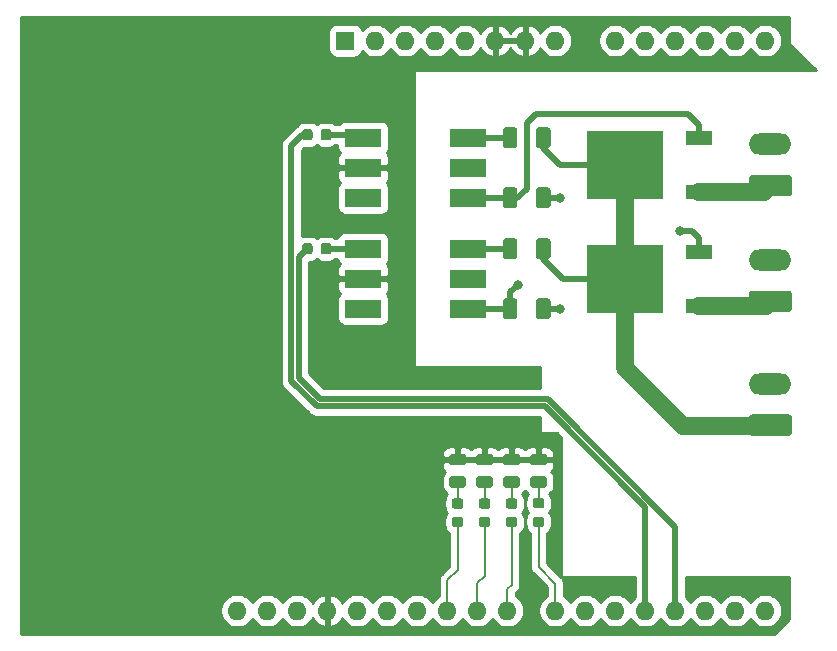
<source format=gbr>
G04 #@! TF.GenerationSoftware,KiCad,Pcbnew,5.1.5+dfsg1-2build2*
G04 #@! TF.CreationDate,2020-08-23T11:23:10+01:00*
G04 #@! TF.ProjectId,psoc6_beacon_gateway,70736f63-365f-4626-9561-636f6e5f6761,rev?*
G04 #@! TF.SameCoordinates,Original*
G04 #@! TF.FileFunction,Copper,L1,Top*
G04 #@! TF.FilePolarity,Positive*
%FSLAX46Y46*%
G04 Gerber Fmt 4.6, Leading zero omitted, Abs format (unit mm)*
G04 Created by KiCad (PCBNEW 5.1.5+dfsg1-2build2) date 2020-08-23 11:23:10*
%MOMM*%
%LPD*%
G04 APERTURE LIST*
%ADD10R,6.400000X5.800000*%
%ADD11R,2.200000X1.200000*%
%ADD12O,3.600000X1.800000*%
%ADD13C,0.100000*%
%ADD14R,3.100000X1.600000*%
%ADD15O,1.600000X1.600000*%
%ADD16R,1.600000X1.600000*%
%ADD17C,0.800000*%
%ADD18C,0.508000*%
%ADD19C,0.203200*%
%ADD20C,1.524000*%
%ADD21C,0.254000*%
G04 APERTURE END LIST*
D10*
X-40708000Y-3810000D03*
D11*
X-34408000Y-1530000D03*
X-34408000Y-6090000D03*
D10*
X-40708000Y-13461000D03*
D11*
X-34408000Y-11181000D03*
X-34408000Y-15741000D03*
D12*
X-28384500Y-2088000D03*
G04 #@! TA.AperFunction,ComponentPad*
D13*
G36*
X-26809996Y-4689204D02*
G01*
X-26785727Y-4692804D01*
X-26761929Y-4698765D01*
X-26738829Y-4707030D01*
X-26716651Y-4717520D01*
X-26695607Y-4730133D01*
X-26675902Y-4744747D01*
X-26657723Y-4761223D01*
X-26641247Y-4779402D01*
X-26626633Y-4799107D01*
X-26614020Y-4820151D01*
X-26603530Y-4842329D01*
X-26595265Y-4865429D01*
X-26589304Y-4889227D01*
X-26585704Y-4913496D01*
X-26584500Y-4938000D01*
X-26584500Y-6238000D01*
X-26585704Y-6262504D01*
X-26589304Y-6286773D01*
X-26595265Y-6310571D01*
X-26603530Y-6333671D01*
X-26614020Y-6355849D01*
X-26626633Y-6376893D01*
X-26641247Y-6396598D01*
X-26657723Y-6414777D01*
X-26675902Y-6431253D01*
X-26695607Y-6445867D01*
X-26716651Y-6458480D01*
X-26738829Y-6468970D01*
X-26761929Y-6477235D01*
X-26785727Y-6483196D01*
X-26809996Y-6486796D01*
X-26834500Y-6488000D01*
X-29934500Y-6488000D01*
X-29959004Y-6486796D01*
X-29983273Y-6483196D01*
X-30007071Y-6477235D01*
X-30030171Y-6468970D01*
X-30052349Y-6458480D01*
X-30073393Y-6445867D01*
X-30093098Y-6431253D01*
X-30111277Y-6414777D01*
X-30127753Y-6396598D01*
X-30142367Y-6376893D01*
X-30154980Y-6355849D01*
X-30165470Y-6333671D01*
X-30173735Y-6310571D01*
X-30179696Y-6286773D01*
X-30183296Y-6262504D01*
X-30184500Y-6238000D01*
X-30184500Y-4938000D01*
X-30183296Y-4913496D01*
X-30179696Y-4889227D01*
X-30173735Y-4865429D01*
X-30165470Y-4842329D01*
X-30154980Y-4820151D01*
X-30142367Y-4799107D01*
X-30127753Y-4779402D01*
X-30111277Y-4761223D01*
X-30093098Y-4744747D01*
X-30073393Y-4730133D01*
X-30052349Y-4717520D01*
X-30030171Y-4707030D01*
X-30007071Y-4698765D01*
X-29983273Y-4692804D01*
X-29959004Y-4689204D01*
X-29934500Y-4688000D01*
X-26834500Y-4688000D01*
X-26809996Y-4689204D01*
G37*
G04 #@! TD.AperFunction*
D12*
X-28384500Y-11867000D03*
G04 #@! TA.AperFunction,ComponentPad*
D13*
G36*
X-26809996Y-14468204D02*
G01*
X-26785727Y-14471804D01*
X-26761929Y-14477765D01*
X-26738829Y-14486030D01*
X-26716651Y-14496520D01*
X-26695607Y-14509133D01*
X-26675902Y-14523747D01*
X-26657723Y-14540223D01*
X-26641247Y-14558402D01*
X-26626633Y-14578107D01*
X-26614020Y-14599151D01*
X-26603530Y-14621329D01*
X-26595265Y-14644429D01*
X-26589304Y-14668227D01*
X-26585704Y-14692496D01*
X-26584500Y-14717000D01*
X-26584500Y-16017000D01*
X-26585704Y-16041504D01*
X-26589304Y-16065773D01*
X-26595265Y-16089571D01*
X-26603530Y-16112671D01*
X-26614020Y-16134849D01*
X-26626633Y-16155893D01*
X-26641247Y-16175598D01*
X-26657723Y-16193777D01*
X-26675902Y-16210253D01*
X-26695607Y-16224867D01*
X-26716651Y-16237480D01*
X-26738829Y-16247970D01*
X-26761929Y-16256235D01*
X-26785727Y-16262196D01*
X-26809996Y-16265796D01*
X-26834500Y-16267000D01*
X-29934500Y-16267000D01*
X-29959004Y-16265796D01*
X-29983273Y-16262196D01*
X-30007071Y-16256235D01*
X-30030171Y-16247970D01*
X-30052349Y-16237480D01*
X-30073393Y-16224867D01*
X-30093098Y-16210253D01*
X-30111277Y-16193777D01*
X-30127753Y-16175598D01*
X-30142367Y-16155893D01*
X-30154980Y-16134849D01*
X-30165470Y-16112671D01*
X-30173735Y-16089571D01*
X-30179696Y-16065773D01*
X-30183296Y-16041504D01*
X-30184500Y-16017000D01*
X-30184500Y-14717000D01*
X-30183296Y-14692496D01*
X-30179696Y-14668227D01*
X-30173735Y-14644429D01*
X-30165470Y-14621329D01*
X-30154980Y-14599151D01*
X-30142367Y-14578107D01*
X-30127753Y-14558402D01*
X-30111277Y-14540223D01*
X-30093098Y-14523747D01*
X-30073393Y-14509133D01*
X-30052349Y-14496520D01*
X-30030171Y-14486030D01*
X-30007071Y-14477765D01*
X-29983273Y-14471804D01*
X-29959004Y-14468204D01*
X-29934500Y-14467000D01*
X-26834500Y-14467000D01*
X-26809996Y-14468204D01*
G37*
G04 #@! TD.AperFunction*
D14*
X-53975000Y-1524000D03*
X-62865000Y-6604000D03*
X-53975000Y-4064000D03*
X-62865000Y-4064000D03*
X-53975000Y-6604000D03*
X-62865000Y-1524000D03*
X-53975000Y-10922000D03*
X-62865000Y-16002000D03*
X-53975000Y-13462000D03*
X-62865000Y-13462000D03*
X-53975000Y-16002000D03*
X-62865000Y-10922000D03*
G04 #@! TA.AperFunction,SMDPad,CuDef*
D13*
G36*
X-50022496Y-5730204D02*
G01*
X-49998227Y-5733804D01*
X-49974429Y-5739765D01*
X-49951329Y-5748030D01*
X-49929151Y-5758520D01*
X-49908107Y-5771133D01*
X-49888402Y-5785747D01*
X-49870223Y-5802223D01*
X-49853747Y-5820402D01*
X-49839133Y-5840107D01*
X-49826520Y-5861151D01*
X-49816030Y-5883329D01*
X-49807765Y-5906429D01*
X-49801804Y-5930227D01*
X-49798204Y-5954496D01*
X-49797000Y-5979000D01*
X-49797000Y-7229000D01*
X-49798204Y-7253504D01*
X-49801804Y-7277773D01*
X-49807765Y-7301571D01*
X-49816030Y-7324671D01*
X-49826520Y-7346849D01*
X-49839133Y-7367893D01*
X-49853747Y-7387598D01*
X-49870223Y-7405777D01*
X-49888402Y-7422253D01*
X-49908107Y-7436867D01*
X-49929151Y-7449480D01*
X-49951329Y-7459970D01*
X-49974429Y-7468235D01*
X-49998227Y-7474196D01*
X-50022496Y-7477796D01*
X-50047000Y-7479000D01*
X-50797000Y-7479000D01*
X-50821504Y-7477796D01*
X-50845773Y-7474196D01*
X-50869571Y-7468235D01*
X-50892671Y-7459970D01*
X-50914849Y-7449480D01*
X-50935893Y-7436867D01*
X-50955598Y-7422253D01*
X-50973777Y-7405777D01*
X-50990253Y-7387598D01*
X-51004867Y-7367893D01*
X-51017480Y-7346849D01*
X-51027970Y-7324671D01*
X-51036235Y-7301571D01*
X-51042196Y-7277773D01*
X-51045796Y-7253504D01*
X-51047000Y-7229000D01*
X-51047000Y-5979000D01*
X-51045796Y-5954496D01*
X-51042196Y-5930227D01*
X-51036235Y-5906429D01*
X-51027970Y-5883329D01*
X-51017480Y-5861151D01*
X-51004867Y-5840107D01*
X-50990253Y-5820402D01*
X-50973777Y-5802223D01*
X-50955598Y-5785747D01*
X-50935893Y-5771133D01*
X-50914849Y-5758520D01*
X-50892671Y-5748030D01*
X-50869571Y-5739765D01*
X-50845773Y-5733804D01*
X-50821504Y-5730204D01*
X-50797000Y-5729000D01*
X-50047000Y-5729000D01*
X-50022496Y-5730204D01*
G37*
G04 #@! TD.AperFunction*
G04 #@! TA.AperFunction,SMDPad,CuDef*
G36*
X-47222496Y-5730204D02*
G01*
X-47198227Y-5733804D01*
X-47174429Y-5739765D01*
X-47151329Y-5748030D01*
X-47129151Y-5758520D01*
X-47108107Y-5771133D01*
X-47088402Y-5785747D01*
X-47070223Y-5802223D01*
X-47053747Y-5820402D01*
X-47039133Y-5840107D01*
X-47026520Y-5861151D01*
X-47016030Y-5883329D01*
X-47007765Y-5906429D01*
X-47001804Y-5930227D01*
X-46998204Y-5954496D01*
X-46997000Y-5979000D01*
X-46997000Y-7229000D01*
X-46998204Y-7253504D01*
X-47001804Y-7277773D01*
X-47007765Y-7301571D01*
X-47016030Y-7324671D01*
X-47026520Y-7346849D01*
X-47039133Y-7367893D01*
X-47053747Y-7387598D01*
X-47070223Y-7405777D01*
X-47088402Y-7422253D01*
X-47108107Y-7436867D01*
X-47129151Y-7449480D01*
X-47151329Y-7459970D01*
X-47174429Y-7468235D01*
X-47198227Y-7474196D01*
X-47222496Y-7477796D01*
X-47247000Y-7479000D01*
X-47997000Y-7479000D01*
X-48021504Y-7477796D01*
X-48045773Y-7474196D01*
X-48069571Y-7468235D01*
X-48092671Y-7459970D01*
X-48114849Y-7449480D01*
X-48135893Y-7436867D01*
X-48155598Y-7422253D01*
X-48173777Y-7405777D01*
X-48190253Y-7387598D01*
X-48204867Y-7367893D01*
X-48217480Y-7346849D01*
X-48227970Y-7324671D01*
X-48236235Y-7301571D01*
X-48242196Y-7277773D01*
X-48245796Y-7253504D01*
X-48247000Y-7229000D01*
X-48247000Y-5979000D01*
X-48245796Y-5954496D01*
X-48242196Y-5930227D01*
X-48236235Y-5906429D01*
X-48227970Y-5883329D01*
X-48217480Y-5861151D01*
X-48204867Y-5840107D01*
X-48190253Y-5820402D01*
X-48173777Y-5802223D01*
X-48155598Y-5785747D01*
X-48135893Y-5771133D01*
X-48114849Y-5758520D01*
X-48092671Y-5748030D01*
X-48069571Y-5739765D01*
X-48045773Y-5733804D01*
X-48021504Y-5730204D01*
X-47997000Y-5729000D01*
X-47247000Y-5729000D01*
X-47222496Y-5730204D01*
G37*
G04 #@! TD.AperFunction*
G04 #@! TA.AperFunction,SMDPad,CuDef*
G36*
X-50022496Y-650204D02*
G01*
X-49998227Y-653804D01*
X-49974429Y-659765D01*
X-49951329Y-668030D01*
X-49929151Y-678520D01*
X-49908107Y-691133D01*
X-49888402Y-705747D01*
X-49870223Y-722223D01*
X-49853747Y-740402D01*
X-49839133Y-760107D01*
X-49826520Y-781151D01*
X-49816030Y-803329D01*
X-49807765Y-826429D01*
X-49801804Y-850227D01*
X-49798204Y-874496D01*
X-49797000Y-899000D01*
X-49797000Y-2149000D01*
X-49798204Y-2173504D01*
X-49801804Y-2197773D01*
X-49807765Y-2221571D01*
X-49816030Y-2244671D01*
X-49826520Y-2266849D01*
X-49839133Y-2287893D01*
X-49853747Y-2307598D01*
X-49870223Y-2325777D01*
X-49888402Y-2342253D01*
X-49908107Y-2356867D01*
X-49929151Y-2369480D01*
X-49951329Y-2379970D01*
X-49974429Y-2388235D01*
X-49998227Y-2394196D01*
X-50022496Y-2397796D01*
X-50047000Y-2399000D01*
X-50797000Y-2399000D01*
X-50821504Y-2397796D01*
X-50845773Y-2394196D01*
X-50869571Y-2388235D01*
X-50892671Y-2379970D01*
X-50914849Y-2369480D01*
X-50935893Y-2356867D01*
X-50955598Y-2342253D01*
X-50973777Y-2325777D01*
X-50990253Y-2307598D01*
X-51004867Y-2287893D01*
X-51017480Y-2266849D01*
X-51027970Y-2244671D01*
X-51036235Y-2221571D01*
X-51042196Y-2197773D01*
X-51045796Y-2173504D01*
X-51047000Y-2149000D01*
X-51047000Y-899000D01*
X-51045796Y-874496D01*
X-51042196Y-850227D01*
X-51036235Y-826429D01*
X-51027970Y-803329D01*
X-51017480Y-781151D01*
X-51004867Y-760107D01*
X-50990253Y-740402D01*
X-50973777Y-722223D01*
X-50955598Y-705747D01*
X-50935893Y-691133D01*
X-50914849Y-678520D01*
X-50892671Y-668030D01*
X-50869571Y-659765D01*
X-50845773Y-653804D01*
X-50821504Y-650204D01*
X-50797000Y-649000D01*
X-50047000Y-649000D01*
X-50022496Y-650204D01*
G37*
G04 #@! TD.AperFunction*
G04 #@! TA.AperFunction,SMDPad,CuDef*
G36*
X-47222496Y-650204D02*
G01*
X-47198227Y-653804D01*
X-47174429Y-659765D01*
X-47151329Y-668030D01*
X-47129151Y-678520D01*
X-47108107Y-691133D01*
X-47088402Y-705747D01*
X-47070223Y-722223D01*
X-47053747Y-740402D01*
X-47039133Y-760107D01*
X-47026520Y-781151D01*
X-47016030Y-803329D01*
X-47007765Y-826429D01*
X-47001804Y-850227D01*
X-46998204Y-874496D01*
X-46997000Y-899000D01*
X-46997000Y-2149000D01*
X-46998204Y-2173504D01*
X-47001804Y-2197773D01*
X-47007765Y-2221571D01*
X-47016030Y-2244671D01*
X-47026520Y-2266849D01*
X-47039133Y-2287893D01*
X-47053747Y-2307598D01*
X-47070223Y-2325777D01*
X-47088402Y-2342253D01*
X-47108107Y-2356867D01*
X-47129151Y-2369480D01*
X-47151329Y-2379970D01*
X-47174429Y-2388235D01*
X-47198227Y-2394196D01*
X-47222496Y-2397796D01*
X-47247000Y-2399000D01*
X-47997000Y-2399000D01*
X-48021504Y-2397796D01*
X-48045773Y-2394196D01*
X-48069571Y-2388235D01*
X-48092671Y-2379970D01*
X-48114849Y-2369480D01*
X-48135893Y-2356867D01*
X-48155598Y-2342253D01*
X-48173777Y-2325777D01*
X-48190253Y-2307598D01*
X-48204867Y-2287893D01*
X-48217480Y-2266849D01*
X-48227970Y-2244671D01*
X-48236235Y-2221571D01*
X-48242196Y-2197773D01*
X-48245796Y-2173504D01*
X-48247000Y-2149000D01*
X-48247000Y-899000D01*
X-48245796Y-874496D01*
X-48242196Y-850227D01*
X-48236235Y-826429D01*
X-48227970Y-803329D01*
X-48217480Y-781151D01*
X-48204867Y-760107D01*
X-48190253Y-740402D01*
X-48173777Y-722223D01*
X-48155598Y-705747D01*
X-48135893Y-691133D01*
X-48114849Y-678520D01*
X-48092671Y-668030D01*
X-48069571Y-659765D01*
X-48045773Y-653804D01*
X-48021504Y-650204D01*
X-47997000Y-649000D01*
X-47247000Y-649000D01*
X-47222496Y-650204D01*
G37*
G04 #@! TD.AperFunction*
G04 #@! TA.AperFunction,SMDPad,CuDef*
G36*
X-50022496Y-15128204D02*
G01*
X-49998227Y-15131804D01*
X-49974429Y-15137765D01*
X-49951329Y-15146030D01*
X-49929151Y-15156520D01*
X-49908107Y-15169133D01*
X-49888402Y-15183747D01*
X-49870223Y-15200223D01*
X-49853747Y-15218402D01*
X-49839133Y-15238107D01*
X-49826520Y-15259151D01*
X-49816030Y-15281329D01*
X-49807765Y-15304429D01*
X-49801804Y-15328227D01*
X-49798204Y-15352496D01*
X-49797000Y-15377000D01*
X-49797000Y-16627000D01*
X-49798204Y-16651504D01*
X-49801804Y-16675773D01*
X-49807765Y-16699571D01*
X-49816030Y-16722671D01*
X-49826520Y-16744849D01*
X-49839133Y-16765893D01*
X-49853747Y-16785598D01*
X-49870223Y-16803777D01*
X-49888402Y-16820253D01*
X-49908107Y-16834867D01*
X-49929151Y-16847480D01*
X-49951329Y-16857970D01*
X-49974429Y-16866235D01*
X-49998227Y-16872196D01*
X-50022496Y-16875796D01*
X-50047000Y-16877000D01*
X-50797000Y-16877000D01*
X-50821504Y-16875796D01*
X-50845773Y-16872196D01*
X-50869571Y-16866235D01*
X-50892671Y-16857970D01*
X-50914849Y-16847480D01*
X-50935893Y-16834867D01*
X-50955598Y-16820253D01*
X-50973777Y-16803777D01*
X-50990253Y-16785598D01*
X-51004867Y-16765893D01*
X-51017480Y-16744849D01*
X-51027970Y-16722671D01*
X-51036235Y-16699571D01*
X-51042196Y-16675773D01*
X-51045796Y-16651504D01*
X-51047000Y-16627000D01*
X-51047000Y-15377000D01*
X-51045796Y-15352496D01*
X-51042196Y-15328227D01*
X-51036235Y-15304429D01*
X-51027970Y-15281329D01*
X-51017480Y-15259151D01*
X-51004867Y-15238107D01*
X-50990253Y-15218402D01*
X-50973777Y-15200223D01*
X-50955598Y-15183747D01*
X-50935893Y-15169133D01*
X-50914849Y-15156520D01*
X-50892671Y-15146030D01*
X-50869571Y-15137765D01*
X-50845773Y-15131804D01*
X-50821504Y-15128204D01*
X-50797000Y-15127000D01*
X-50047000Y-15127000D01*
X-50022496Y-15128204D01*
G37*
G04 #@! TD.AperFunction*
G04 #@! TA.AperFunction,SMDPad,CuDef*
G36*
X-47222496Y-15128204D02*
G01*
X-47198227Y-15131804D01*
X-47174429Y-15137765D01*
X-47151329Y-15146030D01*
X-47129151Y-15156520D01*
X-47108107Y-15169133D01*
X-47088402Y-15183747D01*
X-47070223Y-15200223D01*
X-47053747Y-15218402D01*
X-47039133Y-15238107D01*
X-47026520Y-15259151D01*
X-47016030Y-15281329D01*
X-47007765Y-15304429D01*
X-47001804Y-15328227D01*
X-46998204Y-15352496D01*
X-46997000Y-15377000D01*
X-46997000Y-16627000D01*
X-46998204Y-16651504D01*
X-47001804Y-16675773D01*
X-47007765Y-16699571D01*
X-47016030Y-16722671D01*
X-47026520Y-16744849D01*
X-47039133Y-16765893D01*
X-47053747Y-16785598D01*
X-47070223Y-16803777D01*
X-47088402Y-16820253D01*
X-47108107Y-16834867D01*
X-47129151Y-16847480D01*
X-47151329Y-16857970D01*
X-47174429Y-16866235D01*
X-47198227Y-16872196D01*
X-47222496Y-16875796D01*
X-47247000Y-16877000D01*
X-47997000Y-16877000D01*
X-48021504Y-16875796D01*
X-48045773Y-16872196D01*
X-48069571Y-16866235D01*
X-48092671Y-16857970D01*
X-48114849Y-16847480D01*
X-48135893Y-16834867D01*
X-48155598Y-16820253D01*
X-48173777Y-16803777D01*
X-48190253Y-16785598D01*
X-48204867Y-16765893D01*
X-48217480Y-16744849D01*
X-48227970Y-16722671D01*
X-48236235Y-16699571D01*
X-48242196Y-16675773D01*
X-48245796Y-16651504D01*
X-48247000Y-16627000D01*
X-48247000Y-15377000D01*
X-48245796Y-15352496D01*
X-48242196Y-15328227D01*
X-48236235Y-15304429D01*
X-48227970Y-15281329D01*
X-48217480Y-15259151D01*
X-48204867Y-15238107D01*
X-48190253Y-15218402D01*
X-48173777Y-15200223D01*
X-48155598Y-15183747D01*
X-48135893Y-15169133D01*
X-48114849Y-15156520D01*
X-48092671Y-15146030D01*
X-48069571Y-15137765D01*
X-48045773Y-15131804D01*
X-48021504Y-15128204D01*
X-47997000Y-15127000D01*
X-47247000Y-15127000D01*
X-47222496Y-15128204D01*
G37*
G04 #@! TD.AperFunction*
G04 #@! TA.AperFunction,SMDPad,CuDef*
G36*
X-50022496Y-10048204D02*
G01*
X-49998227Y-10051804D01*
X-49974429Y-10057765D01*
X-49951329Y-10066030D01*
X-49929151Y-10076520D01*
X-49908107Y-10089133D01*
X-49888402Y-10103747D01*
X-49870223Y-10120223D01*
X-49853747Y-10138402D01*
X-49839133Y-10158107D01*
X-49826520Y-10179151D01*
X-49816030Y-10201329D01*
X-49807765Y-10224429D01*
X-49801804Y-10248227D01*
X-49798204Y-10272496D01*
X-49797000Y-10297000D01*
X-49797000Y-11547000D01*
X-49798204Y-11571504D01*
X-49801804Y-11595773D01*
X-49807765Y-11619571D01*
X-49816030Y-11642671D01*
X-49826520Y-11664849D01*
X-49839133Y-11685893D01*
X-49853747Y-11705598D01*
X-49870223Y-11723777D01*
X-49888402Y-11740253D01*
X-49908107Y-11754867D01*
X-49929151Y-11767480D01*
X-49951329Y-11777970D01*
X-49974429Y-11786235D01*
X-49998227Y-11792196D01*
X-50022496Y-11795796D01*
X-50047000Y-11797000D01*
X-50797000Y-11797000D01*
X-50821504Y-11795796D01*
X-50845773Y-11792196D01*
X-50869571Y-11786235D01*
X-50892671Y-11777970D01*
X-50914849Y-11767480D01*
X-50935893Y-11754867D01*
X-50955598Y-11740253D01*
X-50973777Y-11723777D01*
X-50990253Y-11705598D01*
X-51004867Y-11685893D01*
X-51017480Y-11664849D01*
X-51027970Y-11642671D01*
X-51036235Y-11619571D01*
X-51042196Y-11595773D01*
X-51045796Y-11571504D01*
X-51047000Y-11547000D01*
X-51047000Y-10297000D01*
X-51045796Y-10272496D01*
X-51042196Y-10248227D01*
X-51036235Y-10224429D01*
X-51027970Y-10201329D01*
X-51017480Y-10179151D01*
X-51004867Y-10158107D01*
X-50990253Y-10138402D01*
X-50973777Y-10120223D01*
X-50955598Y-10103747D01*
X-50935893Y-10089133D01*
X-50914849Y-10076520D01*
X-50892671Y-10066030D01*
X-50869571Y-10057765D01*
X-50845773Y-10051804D01*
X-50821504Y-10048204D01*
X-50797000Y-10047000D01*
X-50047000Y-10047000D01*
X-50022496Y-10048204D01*
G37*
G04 #@! TD.AperFunction*
G04 #@! TA.AperFunction,SMDPad,CuDef*
G36*
X-47222496Y-10048204D02*
G01*
X-47198227Y-10051804D01*
X-47174429Y-10057765D01*
X-47151329Y-10066030D01*
X-47129151Y-10076520D01*
X-47108107Y-10089133D01*
X-47088402Y-10103747D01*
X-47070223Y-10120223D01*
X-47053747Y-10138402D01*
X-47039133Y-10158107D01*
X-47026520Y-10179151D01*
X-47016030Y-10201329D01*
X-47007765Y-10224429D01*
X-47001804Y-10248227D01*
X-46998204Y-10272496D01*
X-46997000Y-10297000D01*
X-46997000Y-11547000D01*
X-46998204Y-11571504D01*
X-47001804Y-11595773D01*
X-47007765Y-11619571D01*
X-47016030Y-11642671D01*
X-47026520Y-11664849D01*
X-47039133Y-11685893D01*
X-47053747Y-11705598D01*
X-47070223Y-11723777D01*
X-47088402Y-11740253D01*
X-47108107Y-11754867D01*
X-47129151Y-11767480D01*
X-47151329Y-11777970D01*
X-47174429Y-11786235D01*
X-47198227Y-11792196D01*
X-47222496Y-11795796D01*
X-47247000Y-11797000D01*
X-47997000Y-11797000D01*
X-48021504Y-11795796D01*
X-48045773Y-11792196D01*
X-48069571Y-11786235D01*
X-48092671Y-11777970D01*
X-48114849Y-11767480D01*
X-48135893Y-11754867D01*
X-48155598Y-11740253D01*
X-48173777Y-11723777D01*
X-48190253Y-11705598D01*
X-48204867Y-11685893D01*
X-48217480Y-11664849D01*
X-48227970Y-11642671D01*
X-48236235Y-11619571D01*
X-48242196Y-11595773D01*
X-48245796Y-11571504D01*
X-48247000Y-11547000D01*
X-48247000Y-10297000D01*
X-48245796Y-10272496D01*
X-48242196Y-10248227D01*
X-48236235Y-10224429D01*
X-48227970Y-10201329D01*
X-48217480Y-10179151D01*
X-48204867Y-10158107D01*
X-48190253Y-10138402D01*
X-48173777Y-10120223D01*
X-48155598Y-10103747D01*
X-48135893Y-10089133D01*
X-48114849Y-10076520D01*
X-48092671Y-10066030D01*
X-48069571Y-10057765D01*
X-48045773Y-10051804D01*
X-48021504Y-10048204D01*
X-47997000Y-10047000D01*
X-47247000Y-10047000D01*
X-47222496Y-10048204D01*
G37*
G04 #@! TD.AperFunction*
G04 #@! TA.AperFunction,SMDPad,CuDef*
G36*
X-67349309Y-796053D02*
G01*
X-67328074Y-799203D01*
X-67307250Y-804419D01*
X-67287038Y-811651D01*
X-67267632Y-820830D01*
X-67249219Y-831866D01*
X-67231976Y-844654D01*
X-67216070Y-859070D01*
X-67201654Y-874976D01*
X-67188866Y-892219D01*
X-67177830Y-910632D01*
X-67168651Y-930038D01*
X-67161419Y-950250D01*
X-67156203Y-971074D01*
X-67153053Y-992309D01*
X-67152000Y-1013750D01*
X-67152000Y-1526250D01*
X-67153053Y-1547691D01*
X-67156203Y-1568926D01*
X-67161419Y-1589750D01*
X-67168651Y-1609962D01*
X-67177830Y-1629368D01*
X-67188866Y-1647781D01*
X-67201654Y-1665024D01*
X-67216070Y-1680930D01*
X-67231976Y-1695346D01*
X-67249219Y-1708134D01*
X-67267632Y-1719170D01*
X-67287038Y-1728349D01*
X-67307250Y-1735581D01*
X-67328074Y-1740797D01*
X-67349309Y-1743947D01*
X-67370750Y-1745000D01*
X-67808250Y-1745000D01*
X-67829691Y-1743947D01*
X-67850926Y-1740797D01*
X-67871750Y-1735581D01*
X-67891962Y-1728349D01*
X-67911368Y-1719170D01*
X-67929781Y-1708134D01*
X-67947024Y-1695346D01*
X-67962930Y-1680930D01*
X-67977346Y-1665024D01*
X-67990134Y-1647781D01*
X-68001170Y-1629368D01*
X-68010349Y-1609962D01*
X-68017581Y-1589750D01*
X-68022797Y-1568926D01*
X-68025947Y-1547691D01*
X-68027000Y-1526250D01*
X-68027000Y-1013750D01*
X-68025947Y-992309D01*
X-68022797Y-971074D01*
X-68017581Y-950250D01*
X-68010349Y-930038D01*
X-68001170Y-910632D01*
X-67990134Y-892219D01*
X-67977346Y-874976D01*
X-67962930Y-859070D01*
X-67947024Y-844654D01*
X-67929781Y-831866D01*
X-67911368Y-820830D01*
X-67891962Y-811651D01*
X-67871750Y-804419D01*
X-67850926Y-799203D01*
X-67829691Y-796053D01*
X-67808250Y-795000D01*
X-67370750Y-795000D01*
X-67349309Y-796053D01*
G37*
G04 #@! TD.AperFunction*
G04 #@! TA.AperFunction,SMDPad,CuDef*
G36*
X-65774309Y-796053D02*
G01*
X-65753074Y-799203D01*
X-65732250Y-804419D01*
X-65712038Y-811651D01*
X-65692632Y-820830D01*
X-65674219Y-831866D01*
X-65656976Y-844654D01*
X-65641070Y-859070D01*
X-65626654Y-874976D01*
X-65613866Y-892219D01*
X-65602830Y-910632D01*
X-65593651Y-930038D01*
X-65586419Y-950250D01*
X-65581203Y-971074D01*
X-65578053Y-992309D01*
X-65577000Y-1013750D01*
X-65577000Y-1526250D01*
X-65578053Y-1547691D01*
X-65581203Y-1568926D01*
X-65586419Y-1589750D01*
X-65593651Y-1609962D01*
X-65602830Y-1629368D01*
X-65613866Y-1647781D01*
X-65626654Y-1665024D01*
X-65641070Y-1680930D01*
X-65656976Y-1695346D01*
X-65674219Y-1708134D01*
X-65692632Y-1719170D01*
X-65712038Y-1728349D01*
X-65732250Y-1735581D01*
X-65753074Y-1740797D01*
X-65774309Y-1743947D01*
X-65795750Y-1745000D01*
X-66233250Y-1745000D01*
X-66254691Y-1743947D01*
X-66275926Y-1740797D01*
X-66296750Y-1735581D01*
X-66316962Y-1728349D01*
X-66336368Y-1719170D01*
X-66354781Y-1708134D01*
X-66372024Y-1695346D01*
X-66387930Y-1680930D01*
X-66402346Y-1665024D01*
X-66415134Y-1647781D01*
X-66426170Y-1629368D01*
X-66435349Y-1609962D01*
X-66442581Y-1589750D01*
X-66447797Y-1568926D01*
X-66450947Y-1547691D01*
X-66452000Y-1526250D01*
X-66452000Y-1013750D01*
X-66450947Y-992309D01*
X-66447797Y-971074D01*
X-66442581Y-950250D01*
X-66435349Y-930038D01*
X-66426170Y-910632D01*
X-66415134Y-892219D01*
X-66402346Y-874976D01*
X-66387930Y-859070D01*
X-66372024Y-844654D01*
X-66354781Y-831866D01*
X-66336368Y-820830D01*
X-66316962Y-811651D01*
X-66296750Y-804419D01*
X-66275926Y-799203D01*
X-66254691Y-796053D01*
X-66233250Y-795000D01*
X-65795750Y-795000D01*
X-65774309Y-796053D01*
G37*
G04 #@! TD.AperFunction*
G04 #@! TA.AperFunction,SMDPad,CuDef*
G36*
X-67349309Y-10448053D02*
G01*
X-67328074Y-10451203D01*
X-67307250Y-10456419D01*
X-67287038Y-10463651D01*
X-67267632Y-10472830D01*
X-67249219Y-10483866D01*
X-67231976Y-10496654D01*
X-67216070Y-10511070D01*
X-67201654Y-10526976D01*
X-67188866Y-10544219D01*
X-67177830Y-10562632D01*
X-67168651Y-10582038D01*
X-67161419Y-10602250D01*
X-67156203Y-10623074D01*
X-67153053Y-10644309D01*
X-67152000Y-10665750D01*
X-67152000Y-11178250D01*
X-67153053Y-11199691D01*
X-67156203Y-11220926D01*
X-67161419Y-11241750D01*
X-67168651Y-11261962D01*
X-67177830Y-11281368D01*
X-67188866Y-11299781D01*
X-67201654Y-11317024D01*
X-67216070Y-11332930D01*
X-67231976Y-11347346D01*
X-67249219Y-11360134D01*
X-67267632Y-11371170D01*
X-67287038Y-11380349D01*
X-67307250Y-11387581D01*
X-67328074Y-11392797D01*
X-67349309Y-11395947D01*
X-67370750Y-11397000D01*
X-67808250Y-11397000D01*
X-67829691Y-11395947D01*
X-67850926Y-11392797D01*
X-67871750Y-11387581D01*
X-67891962Y-11380349D01*
X-67911368Y-11371170D01*
X-67929781Y-11360134D01*
X-67947024Y-11347346D01*
X-67962930Y-11332930D01*
X-67977346Y-11317024D01*
X-67990134Y-11299781D01*
X-68001170Y-11281368D01*
X-68010349Y-11261962D01*
X-68017581Y-11241750D01*
X-68022797Y-11220926D01*
X-68025947Y-11199691D01*
X-68027000Y-11178250D01*
X-68027000Y-10665750D01*
X-68025947Y-10644309D01*
X-68022797Y-10623074D01*
X-68017581Y-10602250D01*
X-68010349Y-10582038D01*
X-68001170Y-10562632D01*
X-67990134Y-10544219D01*
X-67977346Y-10526976D01*
X-67962930Y-10511070D01*
X-67947024Y-10496654D01*
X-67929781Y-10483866D01*
X-67911368Y-10472830D01*
X-67891962Y-10463651D01*
X-67871750Y-10456419D01*
X-67850926Y-10451203D01*
X-67829691Y-10448053D01*
X-67808250Y-10447000D01*
X-67370750Y-10447000D01*
X-67349309Y-10448053D01*
G37*
G04 #@! TD.AperFunction*
G04 #@! TA.AperFunction,SMDPad,CuDef*
G36*
X-65774309Y-10448053D02*
G01*
X-65753074Y-10451203D01*
X-65732250Y-10456419D01*
X-65712038Y-10463651D01*
X-65692632Y-10472830D01*
X-65674219Y-10483866D01*
X-65656976Y-10496654D01*
X-65641070Y-10511070D01*
X-65626654Y-10526976D01*
X-65613866Y-10544219D01*
X-65602830Y-10562632D01*
X-65593651Y-10582038D01*
X-65586419Y-10602250D01*
X-65581203Y-10623074D01*
X-65578053Y-10644309D01*
X-65577000Y-10665750D01*
X-65577000Y-11178250D01*
X-65578053Y-11199691D01*
X-65581203Y-11220926D01*
X-65586419Y-11241750D01*
X-65593651Y-11261962D01*
X-65602830Y-11281368D01*
X-65613866Y-11299781D01*
X-65626654Y-11317024D01*
X-65641070Y-11332930D01*
X-65656976Y-11347346D01*
X-65674219Y-11360134D01*
X-65692632Y-11371170D01*
X-65712038Y-11380349D01*
X-65732250Y-11387581D01*
X-65753074Y-11392797D01*
X-65774309Y-11395947D01*
X-65795750Y-11397000D01*
X-66233250Y-11397000D01*
X-66254691Y-11395947D01*
X-66275926Y-11392797D01*
X-66296750Y-11387581D01*
X-66316962Y-11380349D01*
X-66336368Y-11371170D01*
X-66354781Y-11360134D01*
X-66372024Y-11347346D01*
X-66387930Y-11332930D01*
X-66402346Y-11317024D01*
X-66415134Y-11299781D01*
X-66426170Y-11281368D01*
X-66435349Y-11261962D01*
X-66442581Y-11241750D01*
X-66447797Y-11220926D01*
X-66450947Y-11199691D01*
X-66452000Y-11178250D01*
X-66452000Y-10665750D01*
X-66450947Y-10644309D01*
X-66447797Y-10623074D01*
X-66442581Y-10602250D01*
X-66435349Y-10582038D01*
X-66426170Y-10562632D01*
X-66415134Y-10544219D01*
X-66402346Y-10526976D01*
X-66387930Y-10511070D01*
X-66372024Y-10496654D01*
X-66354781Y-10483866D01*
X-66336368Y-10472830D01*
X-66316962Y-10463651D01*
X-66296750Y-10456419D01*
X-66275926Y-10451203D01*
X-66254691Y-10448053D01*
X-66233250Y-10447000D01*
X-65795750Y-10447000D01*
X-65774309Y-10448053D01*
G37*
G04 #@! TD.AperFunction*
G04 #@! TA.AperFunction,SMDPad,CuDef*
G36*
X-54586309Y-33625053D02*
G01*
X-54565074Y-33628203D01*
X-54544250Y-33633419D01*
X-54524038Y-33640651D01*
X-54504632Y-33649830D01*
X-54486219Y-33660866D01*
X-54468976Y-33673654D01*
X-54453070Y-33688070D01*
X-54438654Y-33703976D01*
X-54425866Y-33721219D01*
X-54414830Y-33739632D01*
X-54405651Y-33759038D01*
X-54398419Y-33779250D01*
X-54393203Y-33800074D01*
X-54390053Y-33821309D01*
X-54389000Y-33842750D01*
X-54389000Y-34280250D01*
X-54390053Y-34301691D01*
X-54393203Y-34322926D01*
X-54398419Y-34343750D01*
X-54405651Y-34363962D01*
X-54414830Y-34383368D01*
X-54425866Y-34401781D01*
X-54438654Y-34419024D01*
X-54453070Y-34434930D01*
X-54468976Y-34449346D01*
X-54486219Y-34462134D01*
X-54504632Y-34473170D01*
X-54524038Y-34482349D01*
X-54544250Y-34489581D01*
X-54565074Y-34494797D01*
X-54586309Y-34497947D01*
X-54607750Y-34499000D01*
X-55120250Y-34499000D01*
X-55141691Y-34497947D01*
X-55162926Y-34494797D01*
X-55183750Y-34489581D01*
X-55203962Y-34482349D01*
X-55223368Y-34473170D01*
X-55241781Y-34462134D01*
X-55259024Y-34449346D01*
X-55274930Y-34434930D01*
X-55289346Y-34419024D01*
X-55302134Y-34401781D01*
X-55313170Y-34383368D01*
X-55322349Y-34363962D01*
X-55329581Y-34343750D01*
X-55334797Y-34322926D01*
X-55337947Y-34301691D01*
X-55339000Y-34280250D01*
X-55339000Y-33842750D01*
X-55337947Y-33821309D01*
X-55334797Y-33800074D01*
X-55329581Y-33779250D01*
X-55322349Y-33759038D01*
X-55313170Y-33739632D01*
X-55302134Y-33721219D01*
X-55289346Y-33703976D01*
X-55274930Y-33688070D01*
X-55259024Y-33673654D01*
X-55241781Y-33660866D01*
X-55223368Y-33649830D01*
X-55203962Y-33640651D01*
X-55183750Y-33633419D01*
X-55162926Y-33628203D01*
X-55141691Y-33625053D01*
X-55120250Y-33624000D01*
X-54607750Y-33624000D01*
X-54586309Y-33625053D01*
G37*
G04 #@! TD.AperFunction*
G04 #@! TA.AperFunction,SMDPad,CuDef*
G36*
X-54586309Y-32050053D02*
G01*
X-54565074Y-32053203D01*
X-54544250Y-32058419D01*
X-54524038Y-32065651D01*
X-54504632Y-32074830D01*
X-54486219Y-32085866D01*
X-54468976Y-32098654D01*
X-54453070Y-32113070D01*
X-54438654Y-32128976D01*
X-54425866Y-32146219D01*
X-54414830Y-32164632D01*
X-54405651Y-32184038D01*
X-54398419Y-32204250D01*
X-54393203Y-32225074D01*
X-54390053Y-32246309D01*
X-54389000Y-32267750D01*
X-54389000Y-32705250D01*
X-54390053Y-32726691D01*
X-54393203Y-32747926D01*
X-54398419Y-32768750D01*
X-54405651Y-32788962D01*
X-54414830Y-32808368D01*
X-54425866Y-32826781D01*
X-54438654Y-32844024D01*
X-54453070Y-32859930D01*
X-54468976Y-32874346D01*
X-54486219Y-32887134D01*
X-54504632Y-32898170D01*
X-54524038Y-32907349D01*
X-54544250Y-32914581D01*
X-54565074Y-32919797D01*
X-54586309Y-32922947D01*
X-54607750Y-32924000D01*
X-55120250Y-32924000D01*
X-55141691Y-32922947D01*
X-55162926Y-32919797D01*
X-55183750Y-32914581D01*
X-55203962Y-32907349D01*
X-55223368Y-32898170D01*
X-55241781Y-32887134D01*
X-55259024Y-32874346D01*
X-55274930Y-32859930D01*
X-55289346Y-32844024D01*
X-55302134Y-32826781D01*
X-55313170Y-32808368D01*
X-55322349Y-32788962D01*
X-55329581Y-32768750D01*
X-55334797Y-32747926D01*
X-55337947Y-32726691D01*
X-55339000Y-32705250D01*
X-55339000Y-32267750D01*
X-55337947Y-32246309D01*
X-55334797Y-32225074D01*
X-55329581Y-32204250D01*
X-55322349Y-32184038D01*
X-55313170Y-32164632D01*
X-55302134Y-32146219D01*
X-55289346Y-32128976D01*
X-55274930Y-32113070D01*
X-55259024Y-32098654D01*
X-55241781Y-32085866D01*
X-55223368Y-32074830D01*
X-55203962Y-32065651D01*
X-55183750Y-32058419D01*
X-55162926Y-32053203D01*
X-55141691Y-32050053D01*
X-55120250Y-32049000D01*
X-54607750Y-32049000D01*
X-54586309Y-32050053D01*
G37*
G04 #@! TD.AperFunction*
G04 #@! TA.AperFunction,SMDPad,CuDef*
G36*
X-52300309Y-33625053D02*
G01*
X-52279074Y-33628203D01*
X-52258250Y-33633419D01*
X-52238038Y-33640651D01*
X-52218632Y-33649830D01*
X-52200219Y-33660866D01*
X-52182976Y-33673654D01*
X-52167070Y-33688070D01*
X-52152654Y-33703976D01*
X-52139866Y-33721219D01*
X-52128830Y-33739632D01*
X-52119651Y-33759038D01*
X-52112419Y-33779250D01*
X-52107203Y-33800074D01*
X-52104053Y-33821309D01*
X-52103000Y-33842750D01*
X-52103000Y-34280250D01*
X-52104053Y-34301691D01*
X-52107203Y-34322926D01*
X-52112419Y-34343750D01*
X-52119651Y-34363962D01*
X-52128830Y-34383368D01*
X-52139866Y-34401781D01*
X-52152654Y-34419024D01*
X-52167070Y-34434930D01*
X-52182976Y-34449346D01*
X-52200219Y-34462134D01*
X-52218632Y-34473170D01*
X-52238038Y-34482349D01*
X-52258250Y-34489581D01*
X-52279074Y-34494797D01*
X-52300309Y-34497947D01*
X-52321750Y-34499000D01*
X-52834250Y-34499000D01*
X-52855691Y-34497947D01*
X-52876926Y-34494797D01*
X-52897750Y-34489581D01*
X-52917962Y-34482349D01*
X-52937368Y-34473170D01*
X-52955781Y-34462134D01*
X-52973024Y-34449346D01*
X-52988930Y-34434930D01*
X-53003346Y-34419024D01*
X-53016134Y-34401781D01*
X-53027170Y-34383368D01*
X-53036349Y-34363962D01*
X-53043581Y-34343750D01*
X-53048797Y-34322926D01*
X-53051947Y-34301691D01*
X-53053000Y-34280250D01*
X-53053000Y-33842750D01*
X-53051947Y-33821309D01*
X-53048797Y-33800074D01*
X-53043581Y-33779250D01*
X-53036349Y-33759038D01*
X-53027170Y-33739632D01*
X-53016134Y-33721219D01*
X-53003346Y-33703976D01*
X-52988930Y-33688070D01*
X-52973024Y-33673654D01*
X-52955781Y-33660866D01*
X-52937368Y-33649830D01*
X-52917962Y-33640651D01*
X-52897750Y-33633419D01*
X-52876926Y-33628203D01*
X-52855691Y-33625053D01*
X-52834250Y-33624000D01*
X-52321750Y-33624000D01*
X-52300309Y-33625053D01*
G37*
G04 #@! TD.AperFunction*
G04 #@! TA.AperFunction,SMDPad,CuDef*
G36*
X-52300309Y-32050053D02*
G01*
X-52279074Y-32053203D01*
X-52258250Y-32058419D01*
X-52238038Y-32065651D01*
X-52218632Y-32074830D01*
X-52200219Y-32085866D01*
X-52182976Y-32098654D01*
X-52167070Y-32113070D01*
X-52152654Y-32128976D01*
X-52139866Y-32146219D01*
X-52128830Y-32164632D01*
X-52119651Y-32184038D01*
X-52112419Y-32204250D01*
X-52107203Y-32225074D01*
X-52104053Y-32246309D01*
X-52103000Y-32267750D01*
X-52103000Y-32705250D01*
X-52104053Y-32726691D01*
X-52107203Y-32747926D01*
X-52112419Y-32768750D01*
X-52119651Y-32788962D01*
X-52128830Y-32808368D01*
X-52139866Y-32826781D01*
X-52152654Y-32844024D01*
X-52167070Y-32859930D01*
X-52182976Y-32874346D01*
X-52200219Y-32887134D01*
X-52218632Y-32898170D01*
X-52238038Y-32907349D01*
X-52258250Y-32914581D01*
X-52279074Y-32919797D01*
X-52300309Y-32922947D01*
X-52321750Y-32924000D01*
X-52834250Y-32924000D01*
X-52855691Y-32922947D01*
X-52876926Y-32919797D01*
X-52897750Y-32914581D01*
X-52917962Y-32907349D01*
X-52937368Y-32898170D01*
X-52955781Y-32887134D01*
X-52973024Y-32874346D01*
X-52988930Y-32859930D01*
X-53003346Y-32844024D01*
X-53016134Y-32826781D01*
X-53027170Y-32808368D01*
X-53036349Y-32788962D01*
X-53043581Y-32768750D01*
X-53048797Y-32747926D01*
X-53051947Y-32726691D01*
X-53053000Y-32705250D01*
X-53053000Y-32267750D01*
X-53051947Y-32246309D01*
X-53048797Y-32225074D01*
X-53043581Y-32204250D01*
X-53036349Y-32184038D01*
X-53027170Y-32164632D01*
X-53016134Y-32146219D01*
X-53003346Y-32128976D01*
X-52988930Y-32113070D01*
X-52973024Y-32098654D01*
X-52955781Y-32085866D01*
X-52937368Y-32074830D01*
X-52917962Y-32065651D01*
X-52897750Y-32058419D01*
X-52876926Y-32053203D01*
X-52855691Y-32050053D01*
X-52834250Y-32049000D01*
X-52321750Y-32049000D01*
X-52300309Y-32050053D01*
G37*
G04 #@! TD.AperFunction*
G04 #@! TA.AperFunction,SMDPad,CuDef*
G36*
X-50014309Y-33625053D02*
G01*
X-49993074Y-33628203D01*
X-49972250Y-33633419D01*
X-49952038Y-33640651D01*
X-49932632Y-33649830D01*
X-49914219Y-33660866D01*
X-49896976Y-33673654D01*
X-49881070Y-33688070D01*
X-49866654Y-33703976D01*
X-49853866Y-33721219D01*
X-49842830Y-33739632D01*
X-49833651Y-33759038D01*
X-49826419Y-33779250D01*
X-49821203Y-33800074D01*
X-49818053Y-33821309D01*
X-49817000Y-33842750D01*
X-49817000Y-34280250D01*
X-49818053Y-34301691D01*
X-49821203Y-34322926D01*
X-49826419Y-34343750D01*
X-49833651Y-34363962D01*
X-49842830Y-34383368D01*
X-49853866Y-34401781D01*
X-49866654Y-34419024D01*
X-49881070Y-34434930D01*
X-49896976Y-34449346D01*
X-49914219Y-34462134D01*
X-49932632Y-34473170D01*
X-49952038Y-34482349D01*
X-49972250Y-34489581D01*
X-49993074Y-34494797D01*
X-50014309Y-34497947D01*
X-50035750Y-34499000D01*
X-50548250Y-34499000D01*
X-50569691Y-34497947D01*
X-50590926Y-34494797D01*
X-50611750Y-34489581D01*
X-50631962Y-34482349D01*
X-50651368Y-34473170D01*
X-50669781Y-34462134D01*
X-50687024Y-34449346D01*
X-50702930Y-34434930D01*
X-50717346Y-34419024D01*
X-50730134Y-34401781D01*
X-50741170Y-34383368D01*
X-50750349Y-34363962D01*
X-50757581Y-34343750D01*
X-50762797Y-34322926D01*
X-50765947Y-34301691D01*
X-50767000Y-34280250D01*
X-50767000Y-33842750D01*
X-50765947Y-33821309D01*
X-50762797Y-33800074D01*
X-50757581Y-33779250D01*
X-50750349Y-33759038D01*
X-50741170Y-33739632D01*
X-50730134Y-33721219D01*
X-50717346Y-33703976D01*
X-50702930Y-33688070D01*
X-50687024Y-33673654D01*
X-50669781Y-33660866D01*
X-50651368Y-33649830D01*
X-50631962Y-33640651D01*
X-50611750Y-33633419D01*
X-50590926Y-33628203D01*
X-50569691Y-33625053D01*
X-50548250Y-33624000D01*
X-50035750Y-33624000D01*
X-50014309Y-33625053D01*
G37*
G04 #@! TD.AperFunction*
G04 #@! TA.AperFunction,SMDPad,CuDef*
G36*
X-50014309Y-32050053D02*
G01*
X-49993074Y-32053203D01*
X-49972250Y-32058419D01*
X-49952038Y-32065651D01*
X-49932632Y-32074830D01*
X-49914219Y-32085866D01*
X-49896976Y-32098654D01*
X-49881070Y-32113070D01*
X-49866654Y-32128976D01*
X-49853866Y-32146219D01*
X-49842830Y-32164632D01*
X-49833651Y-32184038D01*
X-49826419Y-32204250D01*
X-49821203Y-32225074D01*
X-49818053Y-32246309D01*
X-49817000Y-32267750D01*
X-49817000Y-32705250D01*
X-49818053Y-32726691D01*
X-49821203Y-32747926D01*
X-49826419Y-32768750D01*
X-49833651Y-32788962D01*
X-49842830Y-32808368D01*
X-49853866Y-32826781D01*
X-49866654Y-32844024D01*
X-49881070Y-32859930D01*
X-49896976Y-32874346D01*
X-49914219Y-32887134D01*
X-49932632Y-32898170D01*
X-49952038Y-32907349D01*
X-49972250Y-32914581D01*
X-49993074Y-32919797D01*
X-50014309Y-32922947D01*
X-50035750Y-32924000D01*
X-50548250Y-32924000D01*
X-50569691Y-32922947D01*
X-50590926Y-32919797D01*
X-50611750Y-32914581D01*
X-50631962Y-32907349D01*
X-50651368Y-32898170D01*
X-50669781Y-32887134D01*
X-50687024Y-32874346D01*
X-50702930Y-32859930D01*
X-50717346Y-32844024D01*
X-50730134Y-32826781D01*
X-50741170Y-32808368D01*
X-50750349Y-32788962D01*
X-50757581Y-32768750D01*
X-50762797Y-32747926D01*
X-50765947Y-32726691D01*
X-50767000Y-32705250D01*
X-50767000Y-32267750D01*
X-50765947Y-32246309D01*
X-50762797Y-32225074D01*
X-50757581Y-32204250D01*
X-50750349Y-32184038D01*
X-50741170Y-32164632D01*
X-50730134Y-32146219D01*
X-50717346Y-32128976D01*
X-50702930Y-32113070D01*
X-50687024Y-32098654D01*
X-50669781Y-32085866D01*
X-50651368Y-32074830D01*
X-50631962Y-32065651D01*
X-50611750Y-32058419D01*
X-50590926Y-32053203D01*
X-50569691Y-32050053D01*
X-50548250Y-32049000D01*
X-50035750Y-32049000D01*
X-50014309Y-32050053D01*
G37*
G04 #@! TD.AperFunction*
G04 #@! TA.AperFunction,SMDPad,CuDef*
G36*
X-47728309Y-33599553D02*
G01*
X-47707074Y-33602703D01*
X-47686250Y-33607919D01*
X-47666038Y-33615151D01*
X-47646632Y-33624330D01*
X-47628219Y-33635366D01*
X-47610976Y-33648154D01*
X-47595070Y-33662570D01*
X-47580654Y-33678476D01*
X-47567866Y-33695719D01*
X-47556830Y-33714132D01*
X-47547651Y-33733538D01*
X-47540419Y-33753750D01*
X-47535203Y-33774574D01*
X-47532053Y-33795809D01*
X-47531000Y-33817250D01*
X-47531000Y-34254750D01*
X-47532053Y-34276191D01*
X-47535203Y-34297426D01*
X-47540419Y-34318250D01*
X-47547651Y-34338462D01*
X-47556830Y-34357868D01*
X-47567866Y-34376281D01*
X-47580654Y-34393524D01*
X-47595070Y-34409430D01*
X-47610976Y-34423846D01*
X-47628219Y-34436634D01*
X-47646632Y-34447670D01*
X-47666038Y-34456849D01*
X-47686250Y-34464081D01*
X-47707074Y-34469297D01*
X-47728309Y-34472447D01*
X-47749750Y-34473500D01*
X-48262250Y-34473500D01*
X-48283691Y-34472447D01*
X-48304926Y-34469297D01*
X-48325750Y-34464081D01*
X-48345962Y-34456849D01*
X-48365368Y-34447670D01*
X-48383781Y-34436634D01*
X-48401024Y-34423846D01*
X-48416930Y-34409430D01*
X-48431346Y-34393524D01*
X-48444134Y-34376281D01*
X-48455170Y-34357868D01*
X-48464349Y-34338462D01*
X-48471581Y-34318250D01*
X-48476797Y-34297426D01*
X-48479947Y-34276191D01*
X-48481000Y-34254750D01*
X-48481000Y-33817250D01*
X-48479947Y-33795809D01*
X-48476797Y-33774574D01*
X-48471581Y-33753750D01*
X-48464349Y-33733538D01*
X-48455170Y-33714132D01*
X-48444134Y-33695719D01*
X-48431346Y-33678476D01*
X-48416930Y-33662570D01*
X-48401024Y-33648154D01*
X-48383781Y-33635366D01*
X-48365368Y-33624330D01*
X-48345962Y-33615151D01*
X-48325750Y-33607919D01*
X-48304926Y-33602703D01*
X-48283691Y-33599553D01*
X-48262250Y-33598500D01*
X-47749750Y-33598500D01*
X-47728309Y-33599553D01*
G37*
G04 #@! TD.AperFunction*
G04 #@! TA.AperFunction,SMDPad,CuDef*
G36*
X-47728309Y-32024553D02*
G01*
X-47707074Y-32027703D01*
X-47686250Y-32032919D01*
X-47666038Y-32040151D01*
X-47646632Y-32049330D01*
X-47628219Y-32060366D01*
X-47610976Y-32073154D01*
X-47595070Y-32087570D01*
X-47580654Y-32103476D01*
X-47567866Y-32120719D01*
X-47556830Y-32139132D01*
X-47547651Y-32158538D01*
X-47540419Y-32178750D01*
X-47535203Y-32199574D01*
X-47532053Y-32220809D01*
X-47531000Y-32242250D01*
X-47531000Y-32679750D01*
X-47532053Y-32701191D01*
X-47535203Y-32722426D01*
X-47540419Y-32743250D01*
X-47547651Y-32763462D01*
X-47556830Y-32782868D01*
X-47567866Y-32801281D01*
X-47580654Y-32818524D01*
X-47595070Y-32834430D01*
X-47610976Y-32848846D01*
X-47628219Y-32861634D01*
X-47646632Y-32872670D01*
X-47666038Y-32881849D01*
X-47686250Y-32889081D01*
X-47707074Y-32894297D01*
X-47728309Y-32897447D01*
X-47749750Y-32898500D01*
X-48262250Y-32898500D01*
X-48283691Y-32897447D01*
X-48304926Y-32894297D01*
X-48325750Y-32889081D01*
X-48345962Y-32881849D01*
X-48365368Y-32872670D01*
X-48383781Y-32861634D01*
X-48401024Y-32848846D01*
X-48416930Y-32834430D01*
X-48431346Y-32818524D01*
X-48444134Y-32801281D01*
X-48455170Y-32782868D01*
X-48464349Y-32763462D01*
X-48471581Y-32743250D01*
X-48476797Y-32722426D01*
X-48479947Y-32701191D01*
X-48481000Y-32679750D01*
X-48481000Y-32242250D01*
X-48479947Y-32220809D01*
X-48476797Y-32199574D01*
X-48471581Y-32178750D01*
X-48464349Y-32158538D01*
X-48455170Y-32139132D01*
X-48444134Y-32120719D01*
X-48431346Y-32103476D01*
X-48416930Y-32087570D01*
X-48401024Y-32073154D01*
X-48383781Y-32060366D01*
X-48365368Y-32049330D01*
X-48345962Y-32040151D01*
X-48325750Y-32032919D01*
X-48304926Y-32027703D01*
X-48283691Y-32024553D01*
X-48262250Y-32023500D01*
X-47749750Y-32023500D01*
X-47728309Y-32024553D01*
G37*
G04 #@! TD.AperFunction*
D12*
X-28384500Y-22344500D03*
G04 #@! TA.AperFunction,ComponentPad*
D13*
G36*
X-26809996Y-24945704D02*
G01*
X-26785727Y-24949304D01*
X-26761929Y-24955265D01*
X-26738829Y-24963530D01*
X-26716651Y-24974020D01*
X-26695607Y-24986633D01*
X-26675902Y-25001247D01*
X-26657723Y-25017723D01*
X-26641247Y-25035902D01*
X-26626633Y-25055607D01*
X-26614020Y-25076651D01*
X-26603530Y-25098829D01*
X-26595265Y-25121929D01*
X-26589304Y-25145727D01*
X-26585704Y-25169996D01*
X-26584500Y-25194500D01*
X-26584500Y-26494500D01*
X-26585704Y-26519004D01*
X-26589304Y-26543273D01*
X-26595265Y-26567071D01*
X-26603530Y-26590171D01*
X-26614020Y-26612349D01*
X-26626633Y-26633393D01*
X-26641247Y-26653098D01*
X-26657723Y-26671277D01*
X-26675902Y-26687753D01*
X-26695607Y-26702367D01*
X-26716651Y-26714980D01*
X-26738829Y-26725470D01*
X-26761929Y-26733735D01*
X-26785727Y-26739696D01*
X-26809996Y-26743296D01*
X-26834500Y-26744500D01*
X-29934500Y-26744500D01*
X-29959004Y-26743296D01*
X-29983273Y-26739696D01*
X-30007071Y-26733735D01*
X-30030171Y-26725470D01*
X-30052349Y-26714980D01*
X-30073393Y-26702367D01*
X-30093098Y-26687753D01*
X-30111277Y-26671277D01*
X-30127753Y-26653098D01*
X-30142367Y-26633393D01*
X-30154980Y-26612349D01*
X-30165470Y-26590171D01*
X-30173735Y-26567071D01*
X-30179696Y-26543273D01*
X-30183296Y-26519004D01*
X-30184500Y-26494500D01*
X-30184500Y-25194500D01*
X-30183296Y-25169996D01*
X-30179696Y-25145727D01*
X-30173735Y-25121929D01*
X-30165470Y-25098829D01*
X-30154980Y-25076651D01*
X-30142367Y-25055607D01*
X-30127753Y-25035902D01*
X-30111277Y-25017723D01*
X-30093098Y-25001247D01*
X-30073393Y-24986633D01*
X-30052349Y-24974020D01*
X-30030171Y-24963530D01*
X-30007071Y-24955265D01*
X-29983273Y-24949304D01*
X-29959004Y-24945704D01*
X-29934500Y-24944500D01*
X-26834500Y-24944500D01*
X-26809996Y-24945704D01*
G37*
G04 #@! TD.AperFunction*
G04 #@! TA.AperFunction,SMDPad,CuDef*
G36*
X-54383858Y-30169174D02*
G01*
X-54360197Y-30172684D01*
X-54336993Y-30178496D01*
X-54314471Y-30186554D01*
X-54292847Y-30196782D01*
X-54272330Y-30209079D01*
X-54253117Y-30223329D01*
X-54235393Y-30239393D01*
X-54219329Y-30257117D01*
X-54205079Y-30276330D01*
X-54192782Y-30296847D01*
X-54182554Y-30318471D01*
X-54174496Y-30340993D01*
X-54168684Y-30364197D01*
X-54165174Y-30387858D01*
X-54164000Y-30411750D01*
X-54164000Y-30899250D01*
X-54165174Y-30923142D01*
X-54168684Y-30946803D01*
X-54174496Y-30970007D01*
X-54182554Y-30992529D01*
X-54192782Y-31014153D01*
X-54205079Y-31034670D01*
X-54219329Y-31053883D01*
X-54235393Y-31071607D01*
X-54253117Y-31087671D01*
X-54272330Y-31101921D01*
X-54292847Y-31114218D01*
X-54314471Y-31124446D01*
X-54336993Y-31132504D01*
X-54360197Y-31138316D01*
X-54383858Y-31141826D01*
X-54407750Y-31143000D01*
X-55320250Y-31143000D01*
X-55344142Y-31141826D01*
X-55367803Y-31138316D01*
X-55391007Y-31132504D01*
X-55413529Y-31124446D01*
X-55435153Y-31114218D01*
X-55455670Y-31101921D01*
X-55474883Y-31087671D01*
X-55492607Y-31071607D01*
X-55508671Y-31053883D01*
X-55522921Y-31034670D01*
X-55535218Y-31014153D01*
X-55545446Y-30992529D01*
X-55553504Y-30970007D01*
X-55559316Y-30946803D01*
X-55562826Y-30923142D01*
X-55564000Y-30899250D01*
X-55564000Y-30411750D01*
X-55562826Y-30387858D01*
X-55559316Y-30364197D01*
X-55553504Y-30340993D01*
X-55545446Y-30318471D01*
X-55535218Y-30296847D01*
X-55522921Y-30276330D01*
X-55508671Y-30257117D01*
X-55492607Y-30239393D01*
X-55474883Y-30223329D01*
X-55455670Y-30209079D01*
X-55435153Y-30196782D01*
X-55413529Y-30186554D01*
X-55391007Y-30178496D01*
X-55367803Y-30172684D01*
X-55344142Y-30169174D01*
X-55320250Y-30168000D01*
X-54407750Y-30168000D01*
X-54383858Y-30169174D01*
G37*
G04 #@! TD.AperFunction*
G04 #@! TA.AperFunction,SMDPad,CuDef*
G36*
X-54383858Y-28294174D02*
G01*
X-54360197Y-28297684D01*
X-54336993Y-28303496D01*
X-54314471Y-28311554D01*
X-54292847Y-28321782D01*
X-54272330Y-28334079D01*
X-54253117Y-28348329D01*
X-54235393Y-28364393D01*
X-54219329Y-28382117D01*
X-54205079Y-28401330D01*
X-54192782Y-28421847D01*
X-54182554Y-28443471D01*
X-54174496Y-28465993D01*
X-54168684Y-28489197D01*
X-54165174Y-28512858D01*
X-54164000Y-28536750D01*
X-54164000Y-29024250D01*
X-54165174Y-29048142D01*
X-54168684Y-29071803D01*
X-54174496Y-29095007D01*
X-54182554Y-29117529D01*
X-54192782Y-29139153D01*
X-54205079Y-29159670D01*
X-54219329Y-29178883D01*
X-54235393Y-29196607D01*
X-54253117Y-29212671D01*
X-54272330Y-29226921D01*
X-54292847Y-29239218D01*
X-54314471Y-29249446D01*
X-54336993Y-29257504D01*
X-54360197Y-29263316D01*
X-54383858Y-29266826D01*
X-54407750Y-29268000D01*
X-55320250Y-29268000D01*
X-55344142Y-29266826D01*
X-55367803Y-29263316D01*
X-55391007Y-29257504D01*
X-55413529Y-29249446D01*
X-55435153Y-29239218D01*
X-55455670Y-29226921D01*
X-55474883Y-29212671D01*
X-55492607Y-29196607D01*
X-55508671Y-29178883D01*
X-55522921Y-29159670D01*
X-55535218Y-29139153D01*
X-55545446Y-29117529D01*
X-55553504Y-29095007D01*
X-55559316Y-29071803D01*
X-55562826Y-29048142D01*
X-55564000Y-29024250D01*
X-55564000Y-28536750D01*
X-55562826Y-28512858D01*
X-55559316Y-28489197D01*
X-55553504Y-28465993D01*
X-55545446Y-28443471D01*
X-55535218Y-28421847D01*
X-55522921Y-28401330D01*
X-55508671Y-28382117D01*
X-55492607Y-28364393D01*
X-55474883Y-28348329D01*
X-55455670Y-28334079D01*
X-55435153Y-28321782D01*
X-55413529Y-28311554D01*
X-55391007Y-28303496D01*
X-55367803Y-28297684D01*
X-55344142Y-28294174D01*
X-55320250Y-28293000D01*
X-54407750Y-28293000D01*
X-54383858Y-28294174D01*
G37*
G04 #@! TD.AperFunction*
G04 #@! TA.AperFunction,SMDPad,CuDef*
G36*
X-52097858Y-30169174D02*
G01*
X-52074197Y-30172684D01*
X-52050993Y-30178496D01*
X-52028471Y-30186554D01*
X-52006847Y-30196782D01*
X-51986330Y-30209079D01*
X-51967117Y-30223329D01*
X-51949393Y-30239393D01*
X-51933329Y-30257117D01*
X-51919079Y-30276330D01*
X-51906782Y-30296847D01*
X-51896554Y-30318471D01*
X-51888496Y-30340993D01*
X-51882684Y-30364197D01*
X-51879174Y-30387858D01*
X-51878000Y-30411750D01*
X-51878000Y-30899250D01*
X-51879174Y-30923142D01*
X-51882684Y-30946803D01*
X-51888496Y-30970007D01*
X-51896554Y-30992529D01*
X-51906782Y-31014153D01*
X-51919079Y-31034670D01*
X-51933329Y-31053883D01*
X-51949393Y-31071607D01*
X-51967117Y-31087671D01*
X-51986330Y-31101921D01*
X-52006847Y-31114218D01*
X-52028471Y-31124446D01*
X-52050993Y-31132504D01*
X-52074197Y-31138316D01*
X-52097858Y-31141826D01*
X-52121750Y-31143000D01*
X-53034250Y-31143000D01*
X-53058142Y-31141826D01*
X-53081803Y-31138316D01*
X-53105007Y-31132504D01*
X-53127529Y-31124446D01*
X-53149153Y-31114218D01*
X-53169670Y-31101921D01*
X-53188883Y-31087671D01*
X-53206607Y-31071607D01*
X-53222671Y-31053883D01*
X-53236921Y-31034670D01*
X-53249218Y-31014153D01*
X-53259446Y-30992529D01*
X-53267504Y-30970007D01*
X-53273316Y-30946803D01*
X-53276826Y-30923142D01*
X-53278000Y-30899250D01*
X-53278000Y-30411750D01*
X-53276826Y-30387858D01*
X-53273316Y-30364197D01*
X-53267504Y-30340993D01*
X-53259446Y-30318471D01*
X-53249218Y-30296847D01*
X-53236921Y-30276330D01*
X-53222671Y-30257117D01*
X-53206607Y-30239393D01*
X-53188883Y-30223329D01*
X-53169670Y-30209079D01*
X-53149153Y-30196782D01*
X-53127529Y-30186554D01*
X-53105007Y-30178496D01*
X-53081803Y-30172684D01*
X-53058142Y-30169174D01*
X-53034250Y-30168000D01*
X-52121750Y-30168000D01*
X-52097858Y-30169174D01*
G37*
G04 #@! TD.AperFunction*
G04 #@! TA.AperFunction,SMDPad,CuDef*
G36*
X-52097858Y-28294174D02*
G01*
X-52074197Y-28297684D01*
X-52050993Y-28303496D01*
X-52028471Y-28311554D01*
X-52006847Y-28321782D01*
X-51986330Y-28334079D01*
X-51967117Y-28348329D01*
X-51949393Y-28364393D01*
X-51933329Y-28382117D01*
X-51919079Y-28401330D01*
X-51906782Y-28421847D01*
X-51896554Y-28443471D01*
X-51888496Y-28465993D01*
X-51882684Y-28489197D01*
X-51879174Y-28512858D01*
X-51878000Y-28536750D01*
X-51878000Y-29024250D01*
X-51879174Y-29048142D01*
X-51882684Y-29071803D01*
X-51888496Y-29095007D01*
X-51896554Y-29117529D01*
X-51906782Y-29139153D01*
X-51919079Y-29159670D01*
X-51933329Y-29178883D01*
X-51949393Y-29196607D01*
X-51967117Y-29212671D01*
X-51986330Y-29226921D01*
X-52006847Y-29239218D01*
X-52028471Y-29249446D01*
X-52050993Y-29257504D01*
X-52074197Y-29263316D01*
X-52097858Y-29266826D01*
X-52121750Y-29268000D01*
X-53034250Y-29268000D01*
X-53058142Y-29266826D01*
X-53081803Y-29263316D01*
X-53105007Y-29257504D01*
X-53127529Y-29249446D01*
X-53149153Y-29239218D01*
X-53169670Y-29226921D01*
X-53188883Y-29212671D01*
X-53206607Y-29196607D01*
X-53222671Y-29178883D01*
X-53236921Y-29159670D01*
X-53249218Y-29139153D01*
X-53259446Y-29117529D01*
X-53267504Y-29095007D01*
X-53273316Y-29071803D01*
X-53276826Y-29048142D01*
X-53278000Y-29024250D01*
X-53278000Y-28536750D01*
X-53276826Y-28512858D01*
X-53273316Y-28489197D01*
X-53267504Y-28465993D01*
X-53259446Y-28443471D01*
X-53249218Y-28421847D01*
X-53236921Y-28401330D01*
X-53222671Y-28382117D01*
X-53206607Y-28364393D01*
X-53188883Y-28348329D01*
X-53169670Y-28334079D01*
X-53149153Y-28321782D01*
X-53127529Y-28311554D01*
X-53105007Y-28303496D01*
X-53081803Y-28297684D01*
X-53058142Y-28294174D01*
X-53034250Y-28293000D01*
X-52121750Y-28293000D01*
X-52097858Y-28294174D01*
G37*
G04 #@! TD.AperFunction*
G04 #@! TA.AperFunction,SMDPad,CuDef*
G36*
X-49811858Y-30169174D02*
G01*
X-49788197Y-30172684D01*
X-49764993Y-30178496D01*
X-49742471Y-30186554D01*
X-49720847Y-30196782D01*
X-49700330Y-30209079D01*
X-49681117Y-30223329D01*
X-49663393Y-30239393D01*
X-49647329Y-30257117D01*
X-49633079Y-30276330D01*
X-49620782Y-30296847D01*
X-49610554Y-30318471D01*
X-49602496Y-30340993D01*
X-49596684Y-30364197D01*
X-49593174Y-30387858D01*
X-49592000Y-30411750D01*
X-49592000Y-30899250D01*
X-49593174Y-30923142D01*
X-49596684Y-30946803D01*
X-49602496Y-30970007D01*
X-49610554Y-30992529D01*
X-49620782Y-31014153D01*
X-49633079Y-31034670D01*
X-49647329Y-31053883D01*
X-49663393Y-31071607D01*
X-49681117Y-31087671D01*
X-49700330Y-31101921D01*
X-49720847Y-31114218D01*
X-49742471Y-31124446D01*
X-49764993Y-31132504D01*
X-49788197Y-31138316D01*
X-49811858Y-31141826D01*
X-49835750Y-31143000D01*
X-50748250Y-31143000D01*
X-50772142Y-31141826D01*
X-50795803Y-31138316D01*
X-50819007Y-31132504D01*
X-50841529Y-31124446D01*
X-50863153Y-31114218D01*
X-50883670Y-31101921D01*
X-50902883Y-31087671D01*
X-50920607Y-31071607D01*
X-50936671Y-31053883D01*
X-50950921Y-31034670D01*
X-50963218Y-31014153D01*
X-50973446Y-30992529D01*
X-50981504Y-30970007D01*
X-50987316Y-30946803D01*
X-50990826Y-30923142D01*
X-50992000Y-30899250D01*
X-50992000Y-30411750D01*
X-50990826Y-30387858D01*
X-50987316Y-30364197D01*
X-50981504Y-30340993D01*
X-50973446Y-30318471D01*
X-50963218Y-30296847D01*
X-50950921Y-30276330D01*
X-50936671Y-30257117D01*
X-50920607Y-30239393D01*
X-50902883Y-30223329D01*
X-50883670Y-30209079D01*
X-50863153Y-30196782D01*
X-50841529Y-30186554D01*
X-50819007Y-30178496D01*
X-50795803Y-30172684D01*
X-50772142Y-30169174D01*
X-50748250Y-30168000D01*
X-49835750Y-30168000D01*
X-49811858Y-30169174D01*
G37*
G04 #@! TD.AperFunction*
G04 #@! TA.AperFunction,SMDPad,CuDef*
G36*
X-49811858Y-28294174D02*
G01*
X-49788197Y-28297684D01*
X-49764993Y-28303496D01*
X-49742471Y-28311554D01*
X-49720847Y-28321782D01*
X-49700330Y-28334079D01*
X-49681117Y-28348329D01*
X-49663393Y-28364393D01*
X-49647329Y-28382117D01*
X-49633079Y-28401330D01*
X-49620782Y-28421847D01*
X-49610554Y-28443471D01*
X-49602496Y-28465993D01*
X-49596684Y-28489197D01*
X-49593174Y-28512858D01*
X-49592000Y-28536750D01*
X-49592000Y-29024250D01*
X-49593174Y-29048142D01*
X-49596684Y-29071803D01*
X-49602496Y-29095007D01*
X-49610554Y-29117529D01*
X-49620782Y-29139153D01*
X-49633079Y-29159670D01*
X-49647329Y-29178883D01*
X-49663393Y-29196607D01*
X-49681117Y-29212671D01*
X-49700330Y-29226921D01*
X-49720847Y-29239218D01*
X-49742471Y-29249446D01*
X-49764993Y-29257504D01*
X-49788197Y-29263316D01*
X-49811858Y-29266826D01*
X-49835750Y-29268000D01*
X-50748250Y-29268000D01*
X-50772142Y-29266826D01*
X-50795803Y-29263316D01*
X-50819007Y-29257504D01*
X-50841529Y-29249446D01*
X-50863153Y-29239218D01*
X-50883670Y-29226921D01*
X-50902883Y-29212671D01*
X-50920607Y-29196607D01*
X-50936671Y-29178883D01*
X-50950921Y-29159670D01*
X-50963218Y-29139153D01*
X-50973446Y-29117529D01*
X-50981504Y-29095007D01*
X-50987316Y-29071803D01*
X-50990826Y-29048142D01*
X-50992000Y-29024250D01*
X-50992000Y-28536750D01*
X-50990826Y-28512858D01*
X-50987316Y-28489197D01*
X-50981504Y-28465993D01*
X-50973446Y-28443471D01*
X-50963218Y-28421847D01*
X-50950921Y-28401330D01*
X-50936671Y-28382117D01*
X-50920607Y-28364393D01*
X-50902883Y-28348329D01*
X-50883670Y-28334079D01*
X-50863153Y-28321782D01*
X-50841529Y-28311554D01*
X-50819007Y-28303496D01*
X-50795803Y-28297684D01*
X-50772142Y-28294174D01*
X-50748250Y-28293000D01*
X-49835750Y-28293000D01*
X-49811858Y-28294174D01*
G37*
G04 #@! TD.AperFunction*
G04 #@! TA.AperFunction,SMDPad,CuDef*
G36*
X-47525858Y-30169174D02*
G01*
X-47502197Y-30172684D01*
X-47478993Y-30178496D01*
X-47456471Y-30186554D01*
X-47434847Y-30196782D01*
X-47414330Y-30209079D01*
X-47395117Y-30223329D01*
X-47377393Y-30239393D01*
X-47361329Y-30257117D01*
X-47347079Y-30276330D01*
X-47334782Y-30296847D01*
X-47324554Y-30318471D01*
X-47316496Y-30340993D01*
X-47310684Y-30364197D01*
X-47307174Y-30387858D01*
X-47306000Y-30411750D01*
X-47306000Y-30899250D01*
X-47307174Y-30923142D01*
X-47310684Y-30946803D01*
X-47316496Y-30970007D01*
X-47324554Y-30992529D01*
X-47334782Y-31014153D01*
X-47347079Y-31034670D01*
X-47361329Y-31053883D01*
X-47377393Y-31071607D01*
X-47395117Y-31087671D01*
X-47414330Y-31101921D01*
X-47434847Y-31114218D01*
X-47456471Y-31124446D01*
X-47478993Y-31132504D01*
X-47502197Y-31138316D01*
X-47525858Y-31141826D01*
X-47549750Y-31143000D01*
X-48462250Y-31143000D01*
X-48486142Y-31141826D01*
X-48509803Y-31138316D01*
X-48533007Y-31132504D01*
X-48555529Y-31124446D01*
X-48577153Y-31114218D01*
X-48597670Y-31101921D01*
X-48616883Y-31087671D01*
X-48634607Y-31071607D01*
X-48650671Y-31053883D01*
X-48664921Y-31034670D01*
X-48677218Y-31014153D01*
X-48687446Y-30992529D01*
X-48695504Y-30970007D01*
X-48701316Y-30946803D01*
X-48704826Y-30923142D01*
X-48706000Y-30899250D01*
X-48706000Y-30411750D01*
X-48704826Y-30387858D01*
X-48701316Y-30364197D01*
X-48695504Y-30340993D01*
X-48687446Y-30318471D01*
X-48677218Y-30296847D01*
X-48664921Y-30276330D01*
X-48650671Y-30257117D01*
X-48634607Y-30239393D01*
X-48616883Y-30223329D01*
X-48597670Y-30209079D01*
X-48577153Y-30196782D01*
X-48555529Y-30186554D01*
X-48533007Y-30178496D01*
X-48509803Y-30172684D01*
X-48486142Y-30169174D01*
X-48462250Y-30168000D01*
X-47549750Y-30168000D01*
X-47525858Y-30169174D01*
G37*
G04 #@! TD.AperFunction*
G04 #@! TA.AperFunction,SMDPad,CuDef*
G36*
X-47525858Y-28294174D02*
G01*
X-47502197Y-28297684D01*
X-47478993Y-28303496D01*
X-47456471Y-28311554D01*
X-47434847Y-28321782D01*
X-47414330Y-28334079D01*
X-47395117Y-28348329D01*
X-47377393Y-28364393D01*
X-47361329Y-28382117D01*
X-47347079Y-28401330D01*
X-47334782Y-28421847D01*
X-47324554Y-28443471D01*
X-47316496Y-28465993D01*
X-47310684Y-28489197D01*
X-47307174Y-28512858D01*
X-47306000Y-28536750D01*
X-47306000Y-29024250D01*
X-47307174Y-29048142D01*
X-47310684Y-29071803D01*
X-47316496Y-29095007D01*
X-47324554Y-29117529D01*
X-47334782Y-29139153D01*
X-47347079Y-29159670D01*
X-47361329Y-29178883D01*
X-47377393Y-29196607D01*
X-47395117Y-29212671D01*
X-47414330Y-29226921D01*
X-47434847Y-29239218D01*
X-47456471Y-29249446D01*
X-47478993Y-29257504D01*
X-47502197Y-29263316D01*
X-47525858Y-29266826D01*
X-47549750Y-29268000D01*
X-48462250Y-29268000D01*
X-48486142Y-29266826D01*
X-48509803Y-29263316D01*
X-48533007Y-29257504D01*
X-48555529Y-29249446D01*
X-48577153Y-29239218D01*
X-48597670Y-29226921D01*
X-48616883Y-29212671D01*
X-48634607Y-29196607D01*
X-48650671Y-29178883D01*
X-48664921Y-29159670D01*
X-48677218Y-29139153D01*
X-48687446Y-29117529D01*
X-48695504Y-29095007D01*
X-48701316Y-29071803D01*
X-48704826Y-29048142D01*
X-48706000Y-29024250D01*
X-48706000Y-28536750D01*
X-48704826Y-28512858D01*
X-48701316Y-28489197D01*
X-48695504Y-28465993D01*
X-48687446Y-28443471D01*
X-48677218Y-28421847D01*
X-48664921Y-28401330D01*
X-48650671Y-28382117D01*
X-48634607Y-28364393D01*
X-48616883Y-28348329D01*
X-48597670Y-28334079D01*
X-48577153Y-28321782D01*
X-48555529Y-28311554D01*
X-48533007Y-28303496D01*
X-48509803Y-28297684D01*
X-48486142Y-28294174D01*
X-48462250Y-28293000D01*
X-47549750Y-28293000D01*
X-47525858Y-28294174D01*
G37*
G04 #@! TD.AperFunction*
D15*
X-73507999Y-41550001D03*
X-70967999Y-41550001D03*
D16*
X-64367999Y6709999D03*
D15*
X-33887999Y-41550001D03*
X-61827999Y6709999D03*
X-36427999Y-41550001D03*
X-59287999Y6709999D03*
X-38967999Y-41550001D03*
X-56747999Y6709999D03*
X-41507999Y-41550001D03*
X-54207999Y6709999D03*
X-44047999Y-41550001D03*
X-51667999Y6709999D03*
X-46587999Y-41550001D03*
X-49127999Y6709999D03*
X-50647999Y-41550001D03*
X-46587999Y6709999D03*
X-53187999Y-41550001D03*
X-41507999Y6709999D03*
X-55727999Y-41550001D03*
X-38967999Y6709999D03*
X-58267999Y-41550001D03*
X-36427999Y6709999D03*
X-60807999Y-41550001D03*
X-33887999Y6709999D03*
X-63347999Y-41550001D03*
X-31347999Y6709999D03*
X-65887999Y-41550001D03*
X-28807999Y6709999D03*
X-68427999Y-41550001D03*
X-28807999Y-41550001D03*
X-31347999Y-41550001D03*
D17*
X-46228000Y-16002000D03*
X-49784000Y-13970000D03*
X-36068000Y-9398000D03*
X-46228000Y-6604000D03*
D18*
X-66548000Y-23622000D02*
X-47243999Y-23622000D01*
X-68326000Y-21844000D02*
X-66548000Y-23622000D01*
X-68326000Y-11658500D02*
X-68326000Y-21844000D01*
X-47243999Y-23622000D02*
X-36427999Y-34438001D01*
X-36427999Y-40418631D02*
X-36427999Y-41550001D01*
X-36427999Y-34438001D02*
X-36427999Y-40418631D01*
X-67589500Y-10922000D02*
X-68326000Y-11658500D01*
X-38967999Y-40418631D02*
X-38967999Y-41550001D01*
X-38967999Y-32796041D02*
X-38967999Y-40418631D01*
X-47507029Y-24257011D02*
X-38967999Y-32796041D01*
X-66811030Y-24257011D02*
X-47507029Y-24257011D01*
X-68961011Y-2204011D02*
X-68961011Y-22107030D01*
X-68027000Y-1270000D02*
X-68961011Y-2204011D01*
X-68961011Y-22107030D02*
X-66811030Y-24257011D01*
X-67589500Y-1270000D02*
X-68027000Y-1270000D01*
D19*
X-48006000Y-34036000D02*
X-48006000Y-37846000D01*
X-46587999Y-39264001D02*
X-46587999Y-41550001D01*
X-48006000Y-37846000D02*
X-46587999Y-39264001D01*
X-50292000Y-34061500D02*
X-50292000Y-39370000D01*
X-50647999Y-39725999D02*
X-50647999Y-41550001D01*
X-50292000Y-39370000D02*
X-50647999Y-39725999D01*
D20*
X-28758500Y-15741000D02*
X-28384500Y-15367000D01*
X-34408000Y-15741000D02*
X-28758500Y-15741000D01*
D18*
X-47622000Y-16002000D02*
X-46228000Y-16002000D01*
X-44416000Y-3810000D02*
X-40708000Y-3810000D01*
X-46211000Y-3810000D02*
X-44416000Y-3810000D01*
X-47622000Y-2399000D02*
X-46211000Y-3810000D01*
X-47622000Y-1524000D02*
X-47622000Y-2399000D01*
X-44416000Y-13461000D02*
X-40708000Y-13461000D01*
X-45958000Y-13461000D02*
X-44416000Y-13461000D01*
X-47622000Y-11797000D02*
X-45958000Y-13461000D01*
X-47622000Y-10922000D02*
X-47622000Y-11797000D01*
D20*
X-40708000Y-13461000D02*
X-40708000Y-3810000D01*
X-35814000Y-25908000D02*
X-40708000Y-21014000D01*
X-28448000Y-25908000D02*
X-35814000Y-25908000D01*
X-40708000Y-21014000D02*
X-40708000Y-13461000D01*
X-28384500Y-25844500D02*
X-28448000Y-25908000D01*
D18*
X-53975000Y-16002000D02*
X-50422000Y-16002000D01*
X-50422000Y-14608000D02*
X-49784000Y-13970000D01*
X-50422000Y-16002000D02*
X-50422000Y-14608000D01*
X-36068000Y-9398000D02*
X-35052000Y-9398000D01*
X-34408000Y-10042000D02*
X-34408000Y-11181000D01*
X-35052000Y-9398000D02*
X-34408000Y-10042000D01*
X-53975000Y-6604000D02*
X-50422000Y-6604000D01*
X-49022000Y-5829000D02*
X-49797000Y-6604000D01*
X-48260000Y508000D02*
X-49022000Y-254000D01*
X-35338000Y508000D02*
X-48260000Y508000D01*
X-34408000Y-422000D02*
X-35338000Y508000D01*
X-49797000Y-6604000D02*
X-50422000Y-6604000D01*
X-49022000Y-254000D02*
X-49022000Y-5829000D01*
X-34408000Y-1530000D02*
X-34408000Y-422000D01*
D20*
X-28886500Y-6090000D02*
X-28384500Y-5588000D01*
X-34408000Y-6090000D02*
X-28886500Y-6090000D01*
D18*
X-47622000Y-6604000D02*
X-46228000Y-6604000D01*
D19*
X-48006000Y-32461000D02*
X-48006000Y-30655500D01*
X-50292000Y-32486500D02*
X-50292000Y-30655500D01*
X-52578000Y-32486500D02*
X-52578000Y-30655500D01*
X-54864000Y-32486500D02*
X-54864000Y-30655500D01*
D18*
X-66014500Y-10922000D02*
X-62865000Y-10922000D01*
X-63119000Y-1270000D02*
X-62865000Y-1524000D01*
X-66014500Y-1270000D02*
X-63119000Y-1270000D01*
X-53975000Y-10922000D02*
X-50422000Y-10922000D01*
X-53975000Y-1524000D02*
X-50422000Y-1524000D01*
D19*
X-52578000Y-34061500D02*
X-52578000Y-38608000D01*
X-53187999Y-39217999D02*
X-53187999Y-41550001D01*
X-52578000Y-38608000D02*
X-53187999Y-39217999D01*
X-54864000Y-34061500D02*
X-54864000Y-38100000D01*
X-55727999Y-38963999D02*
X-55727999Y-41550001D01*
X-54864000Y-38100000D02*
X-55727999Y-38963999D01*
D21*
G36*
X-26822000Y6763409D02*
G01*
X-26825192Y6731000D01*
X-26822000Y6698591D01*
X-26822000Y6698582D01*
X-26812450Y6601618D01*
X-26802453Y6568664D01*
X-26774710Y6477208D01*
X-26713425Y6362550D01*
X-26665311Y6303924D01*
X-26630948Y6262052D01*
X-26605764Y6241384D01*
X-24555381Y4191000D01*
X-58420000Y4191000D01*
X-58444776Y4188560D01*
X-58468601Y4181333D01*
X-58490557Y4169597D01*
X-58509803Y4153803D01*
X-58525597Y4134557D01*
X-58537333Y4112601D01*
X-58544560Y4088776D01*
X-58547000Y4064000D01*
X-58547000Y-20828000D01*
X-58544560Y-20852776D01*
X-58537333Y-20876601D01*
X-58525597Y-20898557D01*
X-58509803Y-20917803D01*
X-58490557Y-20933597D01*
X-58468601Y-20945333D01*
X-58444776Y-20952560D01*
X-58420000Y-20955000D01*
X-47879000Y-20955000D01*
X-47879000Y-22733000D01*
X-66179764Y-22733000D01*
X-67437000Y-21475765D01*
X-67437000Y-14262000D01*
X-65053072Y-14262000D01*
X-65040812Y-14386482D01*
X-65004502Y-14506180D01*
X-64945537Y-14616494D01*
X-64866185Y-14713185D01*
X-64843259Y-14732000D01*
X-64866185Y-14750815D01*
X-64945537Y-14847506D01*
X-65004502Y-14957820D01*
X-65040812Y-15077518D01*
X-65053072Y-15202000D01*
X-65053072Y-16802000D01*
X-65040812Y-16926482D01*
X-65004502Y-17046180D01*
X-64945537Y-17156494D01*
X-64866185Y-17253185D01*
X-64769494Y-17332537D01*
X-64659180Y-17391502D01*
X-64539482Y-17427812D01*
X-64415000Y-17440072D01*
X-61315000Y-17440072D01*
X-61190518Y-17427812D01*
X-61070820Y-17391502D01*
X-60960506Y-17332537D01*
X-60863815Y-17253185D01*
X-60784463Y-17156494D01*
X-60725498Y-17046180D01*
X-60689188Y-16926482D01*
X-60676928Y-16802000D01*
X-60676928Y-15202000D01*
X-60689188Y-15077518D01*
X-60725498Y-14957820D01*
X-60784463Y-14847506D01*
X-60863815Y-14750815D01*
X-60886741Y-14732000D01*
X-60863815Y-14713185D01*
X-60784463Y-14616494D01*
X-60725498Y-14506180D01*
X-60689188Y-14386482D01*
X-60676928Y-14262000D01*
X-60680000Y-13747750D01*
X-60838750Y-13589000D01*
X-62738000Y-13589000D01*
X-62738000Y-13609000D01*
X-62992000Y-13609000D01*
X-62992000Y-13589000D01*
X-64891250Y-13589000D01*
X-65050000Y-13747750D01*
X-65053072Y-14262000D01*
X-67437000Y-14262000D01*
X-67437000Y-12035072D01*
X-67370750Y-12035072D01*
X-67203592Y-12018608D01*
X-67042858Y-11969850D01*
X-66894725Y-11890671D01*
X-66802000Y-11814574D01*
X-66709275Y-11890671D01*
X-66561142Y-11969850D01*
X-66400408Y-12018608D01*
X-66233250Y-12035072D01*
X-65795750Y-12035072D01*
X-65628592Y-12018608D01*
X-65467858Y-11969850D01*
X-65319725Y-11890671D01*
X-65222645Y-11811000D01*
X-65044307Y-11811000D01*
X-65040812Y-11846482D01*
X-65004502Y-11966180D01*
X-64945537Y-12076494D01*
X-64866185Y-12173185D01*
X-64843259Y-12192000D01*
X-64866185Y-12210815D01*
X-64945537Y-12307506D01*
X-65004502Y-12417820D01*
X-65040812Y-12537518D01*
X-65053072Y-12662000D01*
X-65050000Y-13176250D01*
X-64891250Y-13335000D01*
X-62992000Y-13335000D01*
X-62992000Y-13315000D01*
X-62738000Y-13315000D01*
X-62738000Y-13335000D01*
X-60838750Y-13335000D01*
X-60680000Y-13176250D01*
X-60676928Y-12662000D01*
X-60689188Y-12537518D01*
X-60725498Y-12417820D01*
X-60784463Y-12307506D01*
X-60863815Y-12210815D01*
X-60886741Y-12192000D01*
X-60863815Y-12173185D01*
X-60784463Y-12076494D01*
X-60725498Y-11966180D01*
X-60689188Y-11846482D01*
X-60676928Y-11722000D01*
X-60676928Y-10122000D01*
X-60689188Y-9997518D01*
X-60725498Y-9877820D01*
X-60784463Y-9767506D01*
X-60863815Y-9670815D01*
X-60960506Y-9591463D01*
X-61070820Y-9532498D01*
X-61190518Y-9496188D01*
X-61315000Y-9483928D01*
X-64415000Y-9483928D01*
X-64539482Y-9496188D01*
X-64659180Y-9532498D01*
X-64769494Y-9591463D01*
X-64866185Y-9670815D01*
X-64945537Y-9767506D01*
X-65004502Y-9877820D01*
X-65040812Y-9997518D01*
X-65044307Y-10033000D01*
X-65222645Y-10033000D01*
X-65319725Y-9953329D01*
X-65467858Y-9874150D01*
X-65628592Y-9825392D01*
X-65795750Y-9808928D01*
X-66233250Y-9808928D01*
X-66400408Y-9825392D01*
X-66561142Y-9874150D01*
X-66709275Y-9953329D01*
X-66802000Y-10029426D01*
X-66894725Y-9953329D01*
X-67042858Y-9874150D01*
X-67203592Y-9825392D01*
X-67370750Y-9808928D01*
X-67808250Y-9808928D01*
X-67975408Y-9825392D01*
X-68072011Y-9854696D01*
X-68072011Y-4864000D01*
X-65053072Y-4864000D01*
X-65040812Y-4988482D01*
X-65004502Y-5108180D01*
X-64945537Y-5218494D01*
X-64866185Y-5315185D01*
X-64843259Y-5334000D01*
X-64866185Y-5352815D01*
X-64945537Y-5449506D01*
X-65004502Y-5559820D01*
X-65040812Y-5679518D01*
X-65053072Y-5804000D01*
X-65053072Y-7404000D01*
X-65040812Y-7528482D01*
X-65004502Y-7648180D01*
X-64945537Y-7758494D01*
X-64866185Y-7855185D01*
X-64769494Y-7934537D01*
X-64659180Y-7993502D01*
X-64539482Y-8029812D01*
X-64415000Y-8042072D01*
X-61315000Y-8042072D01*
X-61190518Y-8029812D01*
X-61070820Y-7993502D01*
X-60960506Y-7934537D01*
X-60863815Y-7855185D01*
X-60784463Y-7758494D01*
X-60725498Y-7648180D01*
X-60689188Y-7528482D01*
X-60676928Y-7404000D01*
X-60676928Y-5804000D01*
X-60689188Y-5679518D01*
X-60725498Y-5559820D01*
X-60784463Y-5449506D01*
X-60863815Y-5352815D01*
X-60886741Y-5334000D01*
X-60863815Y-5315185D01*
X-60784463Y-5218494D01*
X-60725498Y-5108180D01*
X-60689188Y-4988482D01*
X-60676928Y-4864000D01*
X-60680000Y-4349750D01*
X-60838750Y-4191000D01*
X-62738000Y-4191000D01*
X-62738000Y-4211000D01*
X-62992000Y-4211000D01*
X-62992000Y-4191000D01*
X-64891250Y-4191000D01*
X-65050000Y-4349750D01*
X-65053072Y-4864000D01*
X-68072011Y-4864000D01*
X-68072011Y-2572246D01*
X-67876149Y-2376384D01*
X-67808250Y-2383072D01*
X-67370750Y-2383072D01*
X-67203592Y-2366608D01*
X-67042858Y-2317850D01*
X-66894725Y-2238671D01*
X-66802000Y-2162574D01*
X-66709275Y-2238671D01*
X-66561142Y-2317850D01*
X-66400408Y-2366608D01*
X-66233250Y-2383072D01*
X-65795750Y-2383072D01*
X-65628592Y-2366608D01*
X-65467858Y-2317850D01*
X-65319725Y-2238671D01*
X-65222645Y-2159000D01*
X-65053072Y-2159000D01*
X-65053072Y-2324000D01*
X-65040812Y-2448482D01*
X-65004502Y-2568180D01*
X-64945537Y-2678494D01*
X-64866185Y-2775185D01*
X-64843259Y-2794000D01*
X-64866185Y-2812815D01*
X-64945537Y-2909506D01*
X-65004502Y-3019820D01*
X-65040812Y-3139518D01*
X-65053072Y-3264000D01*
X-65050000Y-3778250D01*
X-64891250Y-3937000D01*
X-62992000Y-3937000D01*
X-62992000Y-3917000D01*
X-62738000Y-3917000D01*
X-62738000Y-3937000D01*
X-60838750Y-3937000D01*
X-60680000Y-3778250D01*
X-60676928Y-3264000D01*
X-60689188Y-3139518D01*
X-60725498Y-3019820D01*
X-60784463Y-2909506D01*
X-60863815Y-2812815D01*
X-60886741Y-2794000D01*
X-60863815Y-2775185D01*
X-60784463Y-2678494D01*
X-60725498Y-2568180D01*
X-60689188Y-2448482D01*
X-60676928Y-2324000D01*
X-60676928Y-724000D01*
X-60689188Y-599518D01*
X-60725498Y-479820D01*
X-60784463Y-369506D01*
X-60863815Y-272815D01*
X-60960506Y-193463D01*
X-61070820Y-134498D01*
X-61190518Y-98188D01*
X-61315000Y-85928D01*
X-64415000Y-85928D01*
X-64539482Y-98188D01*
X-64659180Y-134498D01*
X-64769494Y-193463D01*
X-64866185Y-272815D01*
X-64945537Y-369506D01*
X-64951681Y-381000D01*
X-65222645Y-381000D01*
X-65319725Y-301329D01*
X-65467858Y-222150D01*
X-65628592Y-173392D01*
X-65795750Y-156928D01*
X-66233250Y-156928D01*
X-66400408Y-173392D01*
X-66561142Y-222150D01*
X-66709275Y-301329D01*
X-66802000Y-377426D01*
X-66894725Y-301329D01*
X-67042858Y-222150D01*
X-67203592Y-173392D01*
X-67370750Y-156928D01*
X-67808250Y-156928D01*
X-67975408Y-173392D01*
X-68136142Y-222150D01*
X-68284275Y-301329D01*
X-68414115Y-407885D01*
X-68503305Y-516564D01*
X-68523291Y-527247D01*
X-68658659Y-638341D01*
X-68686495Y-672259D01*
X-69558747Y-1544512D01*
X-69592670Y-1572352D01*
X-69703764Y-1707721D01*
X-69786314Y-1862161D01*
X-69789253Y-1871850D01*
X-69836101Y-2026291D01*
X-69837147Y-2029738D01*
X-69850011Y-2160345D01*
X-69850011Y-2160351D01*
X-69854311Y-2204011D01*
X-69850011Y-2247671D01*
X-69850010Y-22063360D01*
X-69854311Y-22107030D01*
X-69837147Y-22281304D01*
X-69786313Y-22448882D01*
X-69772000Y-22475659D01*
X-69703763Y-22603321D01*
X-69592669Y-22738689D01*
X-69558752Y-22766524D01*
X-67470529Y-24854747D01*
X-67442689Y-24888670D01*
X-67307321Y-24999764D01*
X-67152881Y-25082314D01*
X-67086972Y-25102307D01*
X-66985306Y-25133147D01*
X-66952106Y-25136417D01*
X-66854697Y-25146011D01*
X-66854691Y-25146011D01*
X-66811031Y-25150311D01*
X-66767371Y-25146011D01*
X-47879000Y-25146011D01*
X-47879000Y-26416000D01*
X-47876560Y-26440776D01*
X-47869333Y-26464601D01*
X-47857597Y-26486557D01*
X-47841803Y-26505803D01*
X-47822557Y-26521597D01*
X-47800601Y-26533333D01*
X-47776776Y-26540560D01*
X-47752000Y-26543000D01*
X-46478275Y-26543000D01*
X-46101000Y-26920275D01*
X-46101000Y-38608000D01*
X-46098560Y-38632776D01*
X-46091333Y-38656601D01*
X-46079597Y-38678557D01*
X-46063803Y-38697803D01*
X-46044557Y-38713597D01*
X-46022601Y-38725333D01*
X-45998776Y-38732560D01*
X-45974000Y-38735000D01*
X-39856998Y-38735000D01*
X-39856998Y-40374955D01*
X-39856999Y-40374965D01*
X-39856999Y-40418152D01*
X-39882758Y-40435364D01*
X-40082636Y-40635242D01*
X-40237999Y-40867760D01*
X-40393362Y-40635242D01*
X-40593240Y-40435364D01*
X-40828272Y-40278321D01*
X-41089425Y-40170148D01*
X-41366664Y-40115001D01*
X-41649334Y-40115001D01*
X-41926573Y-40170148D01*
X-42187726Y-40278321D01*
X-42422758Y-40435364D01*
X-42622636Y-40635242D01*
X-42777999Y-40867760D01*
X-42933362Y-40635242D01*
X-43133240Y-40435364D01*
X-43368272Y-40278321D01*
X-43629425Y-40170148D01*
X-43906664Y-40115001D01*
X-44189334Y-40115001D01*
X-44466573Y-40170148D01*
X-44727726Y-40278321D01*
X-44962758Y-40435364D01*
X-45162636Y-40635242D01*
X-45317999Y-40867760D01*
X-45473362Y-40635242D01*
X-45673240Y-40435364D01*
X-45851399Y-40316322D01*
X-45851399Y-39300176D01*
X-45847836Y-39264000D01*
X-45851399Y-39227824D01*
X-45851399Y-39227815D01*
X-45862057Y-39119602D01*
X-45904177Y-38980752D01*
X-45972575Y-38852788D01*
X-46010328Y-38806786D01*
X-46041557Y-38768733D01*
X-46041562Y-38768728D01*
X-46064625Y-38740626D01*
X-46092726Y-38717564D01*
X-47269400Y-37540891D01*
X-47269400Y-34963622D01*
X-47143885Y-34860615D01*
X-47037329Y-34730775D01*
X-46958150Y-34582642D01*
X-46909392Y-34421908D01*
X-46892928Y-34254750D01*
X-46892928Y-33817250D01*
X-46909392Y-33650092D01*
X-46958150Y-33489358D01*
X-47037329Y-33341225D01*
X-47113426Y-33248500D01*
X-47037329Y-33155775D01*
X-46958150Y-33007642D01*
X-46909392Y-32846908D01*
X-46892928Y-32679750D01*
X-46892928Y-32242250D01*
X-46909392Y-32075092D01*
X-46958150Y-31914358D01*
X-47037329Y-31766225D01*
X-47120498Y-31664883D01*
X-47059836Y-31632458D01*
X-46926208Y-31522792D01*
X-46816542Y-31389164D01*
X-46735053Y-31236709D01*
X-46684872Y-31071285D01*
X-46667928Y-30899250D01*
X-46667928Y-30411750D01*
X-46684872Y-30239715D01*
X-46735053Y-30074291D01*
X-46816542Y-29921836D01*
X-46926208Y-29788208D01*
X-46932564Y-29782992D01*
X-46854815Y-29719185D01*
X-46775463Y-29622494D01*
X-46716498Y-29512180D01*
X-46680188Y-29392482D01*
X-46667928Y-29268000D01*
X-46671000Y-29066250D01*
X-46829750Y-28907500D01*
X-47879000Y-28907500D01*
X-47879000Y-28927500D01*
X-48133000Y-28927500D01*
X-48133000Y-28907500D01*
X-50165000Y-28907500D01*
X-50165000Y-28927500D01*
X-50419000Y-28927500D01*
X-50419000Y-28907500D01*
X-52451000Y-28907500D01*
X-52451000Y-28927500D01*
X-52705000Y-28927500D01*
X-52705000Y-28907500D01*
X-54737000Y-28907500D01*
X-54737000Y-28927500D01*
X-54991000Y-28927500D01*
X-54991000Y-28907500D01*
X-56040250Y-28907500D01*
X-56199000Y-29066250D01*
X-56202072Y-29268000D01*
X-56189812Y-29392482D01*
X-56153502Y-29512180D01*
X-56094537Y-29622494D01*
X-56015185Y-29719185D01*
X-55937436Y-29782992D01*
X-55943792Y-29788208D01*
X-56053458Y-29921836D01*
X-56134947Y-30074291D01*
X-56185128Y-30239715D01*
X-56202072Y-30411750D01*
X-56202072Y-30899250D01*
X-56185128Y-31071285D01*
X-56134947Y-31236709D01*
X-56053458Y-31389164D01*
X-55943792Y-31522792D01*
X-55810164Y-31632458D01*
X-55734956Y-31672658D01*
X-55832671Y-31791725D01*
X-55911850Y-31939858D01*
X-55960608Y-32100592D01*
X-55977072Y-32267750D01*
X-55977072Y-32705250D01*
X-55960608Y-32872408D01*
X-55911850Y-33033142D01*
X-55832671Y-33181275D01*
X-55756574Y-33274000D01*
X-55832671Y-33366725D01*
X-55911850Y-33514858D01*
X-55960608Y-33675592D01*
X-55977072Y-33842750D01*
X-55977072Y-34280250D01*
X-55960608Y-34447408D01*
X-55911850Y-34608142D01*
X-55832671Y-34756275D01*
X-55726115Y-34886115D01*
X-55600600Y-34989122D01*
X-55600599Y-37794889D01*
X-56223267Y-38417558D01*
X-56251374Y-38440625D01*
X-56274440Y-38468731D01*
X-56274441Y-38468732D01*
X-56293583Y-38492057D01*
X-56343423Y-38552787D01*
X-56411821Y-38680751D01*
X-56453941Y-38819601D01*
X-56464599Y-38927813D01*
X-56468163Y-38963999D01*
X-56464599Y-39000183D01*
X-56464598Y-40316322D01*
X-56642758Y-40435364D01*
X-56842636Y-40635242D01*
X-56997999Y-40867760D01*
X-57153362Y-40635242D01*
X-57353240Y-40435364D01*
X-57588272Y-40278321D01*
X-57849425Y-40170148D01*
X-58126664Y-40115001D01*
X-58409334Y-40115001D01*
X-58686573Y-40170148D01*
X-58947726Y-40278321D01*
X-59182758Y-40435364D01*
X-59382636Y-40635242D01*
X-59537999Y-40867760D01*
X-59693362Y-40635242D01*
X-59893240Y-40435364D01*
X-60128272Y-40278321D01*
X-60389425Y-40170148D01*
X-60666664Y-40115001D01*
X-60949334Y-40115001D01*
X-61226573Y-40170148D01*
X-61487726Y-40278321D01*
X-61722758Y-40435364D01*
X-61922636Y-40635242D01*
X-62077999Y-40867760D01*
X-62233362Y-40635242D01*
X-62433240Y-40435364D01*
X-62668272Y-40278321D01*
X-62929425Y-40170148D01*
X-63206664Y-40115001D01*
X-63489334Y-40115001D01*
X-63766573Y-40170148D01*
X-64027726Y-40278321D01*
X-64262758Y-40435364D01*
X-64462636Y-40635242D01*
X-64619679Y-40870274D01*
X-64624066Y-40880866D01*
X-64735614Y-40694870D01*
X-64924585Y-40486482D01*
X-65150579Y-40318964D01*
X-65404912Y-40198755D01*
X-65538960Y-40158097D01*
X-65760999Y-40280086D01*
X-65760999Y-41423001D01*
X-65740999Y-41423001D01*
X-65740999Y-41677001D01*
X-65760999Y-41677001D01*
X-65760999Y-42819916D01*
X-65538960Y-42941905D01*
X-65404912Y-42901247D01*
X-65150579Y-42781038D01*
X-64924585Y-42613520D01*
X-64735614Y-42405132D01*
X-64624066Y-42219136D01*
X-64619679Y-42229728D01*
X-64462636Y-42464760D01*
X-64262758Y-42664638D01*
X-64027726Y-42821681D01*
X-63766573Y-42929854D01*
X-63489334Y-42985001D01*
X-63206664Y-42985001D01*
X-62929425Y-42929854D01*
X-62668272Y-42821681D01*
X-62433240Y-42664638D01*
X-62233362Y-42464760D01*
X-62077999Y-42232242D01*
X-61922636Y-42464760D01*
X-61722758Y-42664638D01*
X-61487726Y-42821681D01*
X-61226573Y-42929854D01*
X-60949334Y-42985001D01*
X-60666664Y-42985001D01*
X-60389425Y-42929854D01*
X-60128272Y-42821681D01*
X-59893240Y-42664638D01*
X-59693362Y-42464760D01*
X-59537999Y-42232242D01*
X-59382636Y-42464760D01*
X-59182758Y-42664638D01*
X-58947726Y-42821681D01*
X-58686573Y-42929854D01*
X-58409334Y-42985001D01*
X-58126664Y-42985001D01*
X-57849425Y-42929854D01*
X-57588272Y-42821681D01*
X-57353240Y-42664638D01*
X-57153362Y-42464760D01*
X-56997999Y-42232242D01*
X-56842636Y-42464760D01*
X-56642758Y-42664638D01*
X-56407726Y-42821681D01*
X-56146573Y-42929854D01*
X-55869334Y-42985001D01*
X-55586664Y-42985001D01*
X-55309425Y-42929854D01*
X-55048272Y-42821681D01*
X-54813240Y-42664638D01*
X-54613362Y-42464760D01*
X-54457999Y-42232242D01*
X-54302636Y-42464760D01*
X-54102758Y-42664638D01*
X-53867726Y-42821681D01*
X-53606573Y-42929854D01*
X-53329334Y-42985001D01*
X-53046664Y-42985001D01*
X-52769425Y-42929854D01*
X-52508272Y-42821681D01*
X-52273240Y-42664638D01*
X-52073362Y-42464760D01*
X-51917999Y-42232242D01*
X-51762636Y-42464760D01*
X-51562758Y-42664638D01*
X-51327726Y-42821681D01*
X-51066573Y-42929854D01*
X-50789334Y-42985001D01*
X-50506664Y-42985001D01*
X-50229425Y-42929854D01*
X-49968272Y-42821681D01*
X-49733240Y-42664638D01*
X-49533362Y-42464760D01*
X-49376319Y-42229728D01*
X-49268146Y-41968575D01*
X-49212999Y-41691336D01*
X-49212999Y-41408666D01*
X-49268146Y-41131427D01*
X-49376319Y-40870274D01*
X-49533362Y-40635242D01*
X-49733240Y-40435364D01*
X-49911399Y-40316322D01*
X-49911399Y-40031108D01*
X-49796737Y-39916446D01*
X-49768625Y-39893375D01*
X-49676576Y-39781213D01*
X-49608178Y-39653249D01*
X-49566058Y-39514399D01*
X-49555400Y-39406186D01*
X-49551836Y-39370000D01*
X-49555400Y-39333814D01*
X-49555400Y-34989122D01*
X-49429885Y-34886115D01*
X-49323329Y-34756275D01*
X-49244150Y-34608142D01*
X-49195392Y-34447408D01*
X-49178928Y-34280250D01*
X-49178928Y-33842750D01*
X-49195392Y-33675592D01*
X-49244150Y-33514858D01*
X-49323329Y-33366725D01*
X-49399426Y-33274000D01*
X-49323329Y-33181275D01*
X-49244150Y-33033142D01*
X-49195392Y-32872408D01*
X-49178928Y-32705250D01*
X-49178928Y-32267750D01*
X-49195392Y-32100592D01*
X-49244150Y-31939858D01*
X-49323329Y-31791725D01*
X-49421044Y-31672658D01*
X-49345836Y-31632458D01*
X-49212208Y-31522792D01*
X-49149000Y-31445773D01*
X-49085792Y-31522792D01*
X-48952164Y-31632458D01*
X-48891502Y-31664883D01*
X-48974671Y-31766225D01*
X-49053850Y-31914358D01*
X-49102608Y-32075092D01*
X-49119072Y-32242250D01*
X-49119072Y-32679750D01*
X-49102608Y-32846908D01*
X-49053850Y-33007642D01*
X-48974671Y-33155775D01*
X-48898574Y-33248500D01*
X-48974671Y-33341225D01*
X-49053850Y-33489358D01*
X-49102608Y-33650092D01*
X-49119072Y-33817250D01*
X-49119072Y-34254750D01*
X-49102608Y-34421908D01*
X-49053850Y-34582642D01*
X-48974671Y-34730775D01*
X-48868115Y-34860615D01*
X-48742600Y-34963622D01*
X-48742599Y-37809807D01*
X-48746164Y-37846000D01*
X-48735368Y-37955602D01*
X-48731941Y-37990399D01*
X-48713601Y-38050858D01*
X-48689822Y-38129247D01*
X-48621424Y-38257212D01*
X-48565994Y-38324753D01*
X-48529374Y-38369375D01*
X-48501268Y-38392441D01*
X-47324599Y-39569111D01*
X-47324599Y-40316322D01*
X-47502758Y-40435364D01*
X-47702636Y-40635242D01*
X-47859679Y-40870274D01*
X-47967852Y-41131427D01*
X-48022999Y-41408666D01*
X-48022999Y-41691336D01*
X-47967852Y-41968575D01*
X-47859679Y-42229728D01*
X-47702636Y-42464760D01*
X-47502758Y-42664638D01*
X-47267726Y-42821681D01*
X-47006573Y-42929854D01*
X-46729334Y-42985001D01*
X-46446664Y-42985001D01*
X-46169425Y-42929854D01*
X-45908272Y-42821681D01*
X-45673240Y-42664638D01*
X-45473362Y-42464760D01*
X-45317999Y-42232242D01*
X-45162636Y-42464760D01*
X-44962758Y-42664638D01*
X-44727726Y-42821681D01*
X-44466573Y-42929854D01*
X-44189334Y-42985001D01*
X-43906664Y-42985001D01*
X-43629425Y-42929854D01*
X-43368272Y-42821681D01*
X-43133240Y-42664638D01*
X-42933362Y-42464760D01*
X-42777999Y-42232242D01*
X-42622636Y-42464760D01*
X-42422758Y-42664638D01*
X-42187726Y-42821681D01*
X-41926573Y-42929854D01*
X-41649334Y-42985001D01*
X-41366664Y-42985001D01*
X-41089425Y-42929854D01*
X-40828272Y-42821681D01*
X-40593240Y-42664638D01*
X-40393362Y-42464760D01*
X-40237999Y-42232242D01*
X-40082636Y-42464760D01*
X-39882758Y-42664638D01*
X-39647726Y-42821681D01*
X-39386573Y-42929854D01*
X-39109334Y-42985001D01*
X-38826664Y-42985001D01*
X-38549425Y-42929854D01*
X-38288272Y-42821681D01*
X-38053240Y-42664638D01*
X-37853362Y-42464760D01*
X-37697999Y-42232242D01*
X-37542636Y-42464760D01*
X-37342758Y-42664638D01*
X-37107726Y-42821681D01*
X-36846573Y-42929854D01*
X-36569334Y-42985001D01*
X-36286664Y-42985001D01*
X-36009425Y-42929854D01*
X-35748272Y-42821681D01*
X-35513240Y-42664638D01*
X-35313362Y-42464760D01*
X-35157999Y-42232242D01*
X-35002636Y-42464760D01*
X-34802758Y-42664638D01*
X-34567726Y-42821681D01*
X-34306573Y-42929854D01*
X-34029334Y-42985001D01*
X-33746664Y-42985001D01*
X-33469425Y-42929854D01*
X-33208272Y-42821681D01*
X-32973240Y-42664638D01*
X-32773362Y-42464760D01*
X-32617999Y-42232242D01*
X-32462636Y-42464760D01*
X-32262758Y-42664638D01*
X-32027726Y-42821681D01*
X-31766573Y-42929854D01*
X-31489334Y-42985001D01*
X-31206664Y-42985001D01*
X-30929425Y-42929854D01*
X-30668272Y-42821681D01*
X-30433240Y-42664638D01*
X-30233362Y-42464760D01*
X-30077999Y-42232242D01*
X-29922636Y-42464760D01*
X-29722758Y-42664638D01*
X-29487726Y-42821681D01*
X-29226573Y-42929854D01*
X-28949334Y-42985001D01*
X-28666664Y-42985001D01*
X-28389425Y-42929854D01*
X-28128272Y-42821681D01*
X-27893240Y-42664638D01*
X-27693362Y-42464760D01*
X-27536319Y-42229728D01*
X-27428146Y-41968575D01*
X-27372999Y-41691336D01*
X-27372999Y-41408666D01*
X-27428146Y-41131427D01*
X-27536319Y-40870274D01*
X-27693362Y-40635242D01*
X-27893240Y-40435364D01*
X-28128272Y-40278321D01*
X-28389425Y-40170148D01*
X-28666664Y-40115001D01*
X-28949334Y-40115001D01*
X-29226573Y-40170148D01*
X-29487726Y-40278321D01*
X-29722758Y-40435364D01*
X-29922636Y-40635242D01*
X-30077999Y-40867760D01*
X-30233362Y-40635242D01*
X-30433240Y-40435364D01*
X-30668272Y-40278321D01*
X-30929425Y-40170148D01*
X-31206664Y-40115001D01*
X-31489334Y-40115001D01*
X-31766573Y-40170148D01*
X-32027726Y-40278321D01*
X-32262758Y-40435364D01*
X-32462636Y-40635242D01*
X-32617999Y-40867760D01*
X-32773362Y-40635242D01*
X-32973240Y-40435364D01*
X-33208272Y-40278321D01*
X-33469425Y-40170148D01*
X-33746664Y-40115001D01*
X-34029334Y-40115001D01*
X-34306573Y-40170148D01*
X-34567726Y-40278321D01*
X-34802758Y-40435364D01*
X-35002636Y-40635242D01*
X-35157999Y-40867760D01*
X-35313362Y-40635242D01*
X-35513240Y-40435364D01*
X-35538999Y-40418152D01*
X-35538999Y-38735000D01*
X-26822000Y-38735000D01*
X-26822000Y-42271619D01*
X-28086380Y-43536000D01*
X-91796000Y-43536000D01*
X-91796000Y-41408666D01*
X-74942999Y-41408666D01*
X-74942999Y-41691336D01*
X-74887852Y-41968575D01*
X-74779679Y-42229728D01*
X-74622636Y-42464760D01*
X-74422758Y-42664638D01*
X-74187726Y-42821681D01*
X-73926573Y-42929854D01*
X-73649334Y-42985001D01*
X-73366664Y-42985001D01*
X-73089425Y-42929854D01*
X-72828272Y-42821681D01*
X-72593240Y-42664638D01*
X-72393362Y-42464760D01*
X-72237999Y-42232242D01*
X-72082636Y-42464760D01*
X-71882758Y-42664638D01*
X-71647726Y-42821681D01*
X-71386573Y-42929854D01*
X-71109334Y-42985001D01*
X-70826664Y-42985001D01*
X-70549425Y-42929854D01*
X-70288272Y-42821681D01*
X-70053240Y-42664638D01*
X-69853362Y-42464760D01*
X-69697999Y-42232242D01*
X-69542636Y-42464760D01*
X-69342758Y-42664638D01*
X-69107726Y-42821681D01*
X-68846573Y-42929854D01*
X-68569334Y-42985001D01*
X-68286664Y-42985001D01*
X-68009425Y-42929854D01*
X-67748272Y-42821681D01*
X-67513240Y-42664638D01*
X-67313362Y-42464760D01*
X-67156319Y-42229728D01*
X-67151932Y-42219136D01*
X-67040384Y-42405132D01*
X-66851413Y-42613520D01*
X-66625419Y-42781038D01*
X-66371086Y-42901247D01*
X-66237038Y-42941905D01*
X-66014999Y-42819916D01*
X-66014999Y-41677001D01*
X-66034999Y-41677001D01*
X-66034999Y-41423001D01*
X-66014999Y-41423001D01*
X-66014999Y-40280086D01*
X-66237038Y-40158097D01*
X-66371086Y-40198755D01*
X-66625419Y-40318964D01*
X-66851413Y-40486482D01*
X-67040384Y-40694870D01*
X-67151932Y-40880866D01*
X-67156319Y-40870274D01*
X-67313362Y-40635242D01*
X-67513240Y-40435364D01*
X-67748272Y-40278321D01*
X-68009425Y-40170148D01*
X-68286664Y-40115001D01*
X-68569334Y-40115001D01*
X-68846573Y-40170148D01*
X-69107726Y-40278321D01*
X-69342758Y-40435364D01*
X-69542636Y-40635242D01*
X-69697999Y-40867760D01*
X-69853362Y-40635242D01*
X-70053240Y-40435364D01*
X-70288272Y-40278321D01*
X-70549425Y-40170148D01*
X-70826664Y-40115001D01*
X-71109334Y-40115001D01*
X-71386573Y-40170148D01*
X-71647726Y-40278321D01*
X-71882758Y-40435364D01*
X-72082636Y-40635242D01*
X-72237999Y-40867760D01*
X-72393362Y-40635242D01*
X-72593240Y-40435364D01*
X-72828272Y-40278321D01*
X-73089425Y-40170148D01*
X-73366664Y-40115001D01*
X-73649334Y-40115001D01*
X-73926573Y-40170148D01*
X-74187726Y-40278321D01*
X-74422758Y-40435364D01*
X-74622636Y-40635242D01*
X-74779679Y-40870274D01*
X-74887852Y-41131427D01*
X-74942999Y-41408666D01*
X-91796000Y-41408666D01*
X-91796000Y-28293000D01*
X-56202072Y-28293000D01*
X-56199000Y-28494750D01*
X-56040250Y-28653500D01*
X-54991000Y-28653500D01*
X-54991000Y-27816750D01*
X-54737000Y-27816750D01*
X-54737000Y-28653500D01*
X-52705000Y-28653500D01*
X-52705000Y-27816750D01*
X-52451000Y-27816750D01*
X-52451000Y-28653500D01*
X-50419000Y-28653500D01*
X-50419000Y-27816750D01*
X-50165000Y-27816750D01*
X-50165000Y-28653500D01*
X-48133000Y-28653500D01*
X-48133000Y-27816750D01*
X-47879000Y-27816750D01*
X-47879000Y-28653500D01*
X-46829750Y-28653500D01*
X-46671000Y-28494750D01*
X-46667928Y-28293000D01*
X-46680188Y-28168518D01*
X-46716498Y-28048820D01*
X-46775463Y-27938506D01*
X-46854815Y-27841815D01*
X-46951506Y-27762463D01*
X-47061820Y-27703498D01*
X-47181518Y-27667188D01*
X-47306000Y-27654928D01*
X-47720250Y-27658000D01*
X-47879000Y-27816750D01*
X-48133000Y-27816750D01*
X-48291750Y-27658000D01*
X-48706000Y-27654928D01*
X-48830482Y-27667188D01*
X-48950180Y-27703498D01*
X-49060494Y-27762463D01*
X-49149000Y-27835098D01*
X-49237506Y-27762463D01*
X-49347820Y-27703498D01*
X-49467518Y-27667188D01*
X-49592000Y-27654928D01*
X-50006250Y-27658000D01*
X-50165000Y-27816750D01*
X-50419000Y-27816750D01*
X-50577750Y-27658000D01*
X-50992000Y-27654928D01*
X-51116482Y-27667188D01*
X-51236180Y-27703498D01*
X-51346494Y-27762463D01*
X-51435000Y-27835098D01*
X-51523506Y-27762463D01*
X-51633820Y-27703498D01*
X-51753518Y-27667188D01*
X-51878000Y-27654928D01*
X-52292250Y-27658000D01*
X-52451000Y-27816750D01*
X-52705000Y-27816750D01*
X-52863750Y-27658000D01*
X-53278000Y-27654928D01*
X-53402482Y-27667188D01*
X-53522180Y-27703498D01*
X-53632494Y-27762463D01*
X-53721000Y-27835098D01*
X-53809506Y-27762463D01*
X-53919820Y-27703498D01*
X-54039518Y-27667188D01*
X-54164000Y-27654928D01*
X-54578250Y-27658000D01*
X-54737000Y-27816750D01*
X-54991000Y-27816750D01*
X-55149750Y-27658000D01*
X-55564000Y-27654928D01*
X-55688482Y-27667188D01*
X-55808180Y-27703498D01*
X-55918494Y-27762463D01*
X-56015185Y-27841815D01*
X-56094537Y-27938506D01*
X-56153502Y-28048820D01*
X-56189812Y-28168518D01*
X-56202072Y-28293000D01*
X-91796000Y-28293000D01*
X-91796000Y7509999D01*
X-65806071Y7509999D01*
X-65806071Y5909999D01*
X-65793811Y5785517D01*
X-65757501Y5665819D01*
X-65698536Y5555505D01*
X-65619184Y5458814D01*
X-65522493Y5379462D01*
X-65412179Y5320497D01*
X-65292481Y5284187D01*
X-65167999Y5271927D01*
X-63567999Y5271927D01*
X-63443517Y5284187D01*
X-63323819Y5320497D01*
X-63213505Y5379462D01*
X-63116814Y5458814D01*
X-63037462Y5555505D01*
X-62978497Y5665819D01*
X-62942187Y5785517D01*
X-62941356Y5793960D01*
X-62742758Y5595362D01*
X-62507726Y5438319D01*
X-62246573Y5330146D01*
X-61969334Y5274999D01*
X-61686664Y5274999D01*
X-61409425Y5330146D01*
X-61148272Y5438319D01*
X-60913240Y5595362D01*
X-60713362Y5795240D01*
X-60557999Y6027758D01*
X-60402636Y5795240D01*
X-60202758Y5595362D01*
X-59967726Y5438319D01*
X-59706573Y5330146D01*
X-59429334Y5274999D01*
X-59146664Y5274999D01*
X-58869425Y5330146D01*
X-58608272Y5438319D01*
X-58373240Y5595362D01*
X-58173362Y5795240D01*
X-58017999Y6027758D01*
X-57862636Y5795240D01*
X-57662758Y5595362D01*
X-57427726Y5438319D01*
X-57166573Y5330146D01*
X-56889334Y5274999D01*
X-56606664Y5274999D01*
X-56329425Y5330146D01*
X-56068272Y5438319D01*
X-55833240Y5595362D01*
X-55633362Y5795240D01*
X-55477999Y6027758D01*
X-55322636Y5795240D01*
X-55122758Y5595362D01*
X-54887726Y5438319D01*
X-54626573Y5330146D01*
X-54349334Y5274999D01*
X-54066664Y5274999D01*
X-53789425Y5330146D01*
X-53528272Y5438319D01*
X-53293240Y5595362D01*
X-53093362Y5795240D01*
X-52936319Y6030272D01*
X-52931932Y6040864D01*
X-52820384Y5854868D01*
X-52631413Y5646480D01*
X-52405419Y5478962D01*
X-52151086Y5358753D01*
X-52017038Y5318095D01*
X-51794999Y5440084D01*
X-51794999Y6582999D01*
X-51540999Y6582999D01*
X-51540999Y5440084D01*
X-51318960Y5318095D01*
X-51184912Y5358753D01*
X-50930579Y5478962D01*
X-50704585Y5646480D01*
X-50515614Y5854868D01*
X-50397999Y6050981D01*
X-50280384Y5854868D01*
X-50091413Y5646480D01*
X-49865419Y5478962D01*
X-49611086Y5358753D01*
X-49477038Y5318095D01*
X-49254999Y5440084D01*
X-49254999Y6582999D01*
X-51540999Y6582999D01*
X-51794999Y6582999D01*
X-51814999Y6582999D01*
X-51814999Y6836999D01*
X-51794999Y6836999D01*
X-51794999Y7979914D01*
X-51540999Y7979914D01*
X-51540999Y6836999D01*
X-49254999Y6836999D01*
X-49254999Y7979914D01*
X-49000999Y7979914D01*
X-49000999Y6836999D01*
X-48980999Y6836999D01*
X-48980999Y6582999D01*
X-49000999Y6582999D01*
X-49000999Y5440084D01*
X-48778960Y5318095D01*
X-48644912Y5358753D01*
X-48390579Y5478962D01*
X-48164585Y5646480D01*
X-47975614Y5854868D01*
X-47864066Y6040864D01*
X-47859679Y6030272D01*
X-47702636Y5795240D01*
X-47502758Y5595362D01*
X-47267726Y5438319D01*
X-47006573Y5330146D01*
X-46729334Y5274999D01*
X-46446664Y5274999D01*
X-46169425Y5330146D01*
X-45908272Y5438319D01*
X-45673240Y5595362D01*
X-45473362Y5795240D01*
X-45316319Y6030272D01*
X-45208146Y6291425D01*
X-45152999Y6568664D01*
X-45152999Y6851334D01*
X-42942999Y6851334D01*
X-42942999Y6568664D01*
X-42887852Y6291425D01*
X-42779679Y6030272D01*
X-42622636Y5795240D01*
X-42422758Y5595362D01*
X-42187726Y5438319D01*
X-41926573Y5330146D01*
X-41649334Y5274999D01*
X-41366664Y5274999D01*
X-41089425Y5330146D01*
X-40828272Y5438319D01*
X-40593240Y5595362D01*
X-40393362Y5795240D01*
X-40237999Y6027758D01*
X-40082636Y5795240D01*
X-39882758Y5595362D01*
X-39647726Y5438319D01*
X-39386573Y5330146D01*
X-39109334Y5274999D01*
X-38826664Y5274999D01*
X-38549425Y5330146D01*
X-38288272Y5438319D01*
X-38053240Y5595362D01*
X-37853362Y5795240D01*
X-37697999Y6027758D01*
X-37542636Y5795240D01*
X-37342758Y5595362D01*
X-37107726Y5438319D01*
X-36846573Y5330146D01*
X-36569334Y5274999D01*
X-36286664Y5274999D01*
X-36009425Y5330146D01*
X-35748272Y5438319D01*
X-35513240Y5595362D01*
X-35313362Y5795240D01*
X-35157999Y6027758D01*
X-35002636Y5795240D01*
X-34802758Y5595362D01*
X-34567726Y5438319D01*
X-34306573Y5330146D01*
X-34029334Y5274999D01*
X-33746664Y5274999D01*
X-33469425Y5330146D01*
X-33208272Y5438319D01*
X-32973240Y5595362D01*
X-32773362Y5795240D01*
X-32617999Y6027758D01*
X-32462636Y5795240D01*
X-32262758Y5595362D01*
X-32027726Y5438319D01*
X-31766573Y5330146D01*
X-31489334Y5274999D01*
X-31206664Y5274999D01*
X-30929425Y5330146D01*
X-30668272Y5438319D01*
X-30433240Y5595362D01*
X-30233362Y5795240D01*
X-30077999Y6027758D01*
X-29922636Y5795240D01*
X-29722758Y5595362D01*
X-29487726Y5438319D01*
X-29226573Y5330146D01*
X-28949334Y5274999D01*
X-28666664Y5274999D01*
X-28389425Y5330146D01*
X-28128272Y5438319D01*
X-27893240Y5595362D01*
X-27693362Y5795240D01*
X-27536319Y6030272D01*
X-27428146Y6291425D01*
X-27372999Y6568664D01*
X-27372999Y6851334D01*
X-27428146Y7128573D01*
X-27536319Y7389726D01*
X-27693362Y7624758D01*
X-27893240Y7824636D01*
X-28128272Y7981679D01*
X-28389425Y8089852D01*
X-28666664Y8144999D01*
X-28949334Y8144999D01*
X-29226573Y8089852D01*
X-29487726Y7981679D01*
X-29722758Y7824636D01*
X-29922636Y7624758D01*
X-30077999Y7392240D01*
X-30233362Y7624758D01*
X-30433240Y7824636D01*
X-30668272Y7981679D01*
X-30929425Y8089852D01*
X-31206664Y8144999D01*
X-31489334Y8144999D01*
X-31766573Y8089852D01*
X-32027726Y7981679D01*
X-32262758Y7824636D01*
X-32462636Y7624758D01*
X-32617999Y7392240D01*
X-32773362Y7624758D01*
X-32973240Y7824636D01*
X-33208272Y7981679D01*
X-33469425Y8089852D01*
X-33746664Y8144999D01*
X-34029334Y8144999D01*
X-34306573Y8089852D01*
X-34567726Y7981679D01*
X-34802758Y7824636D01*
X-35002636Y7624758D01*
X-35157999Y7392240D01*
X-35313362Y7624758D01*
X-35513240Y7824636D01*
X-35748272Y7981679D01*
X-36009425Y8089852D01*
X-36286664Y8144999D01*
X-36569334Y8144999D01*
X-36846573Y8089852D01*
X-37107726Y7981679D01*
X-37342758Y7824636D01*
X-37542636Y7624758D01*
X-37697999Y7392240D01*
X-37853362Y7624758D01*
X-38053240Y7824636D01*
X-38288272Y7981679D01*
X-38549425Y8089852D01*
X-38826664Y8144999D01*
X-39109334Y8144999D01*
X-39386573Y8089852D01*
X-39647726Y7981679D01*
X-39882758Y7824636D01*
X-40082636Y7624758D01*
X-40237999Y7392240D01*
X-40393362Y7624758D01*
X-40593240Y7824636D01*
X-40828272Y7981679D01*
X-41089425Y8089852D01*
X-41366664Y8144999D01*
X-41649334Y8144999D01*
X-41926573Y8089852D01*
X-42187726Y7981679D01*
X-42422758Y7824636D01*
X-42622636Y7624758D01*
X-42779679Y7389726D01*
X-42887852Y7128573D01*
X-42942999Y6851334D01*
X-45152999Y6851334D01*
X-45208146Y7128573D01*
X-45316319Y7389726D01*
X-45473362Y7624758D01*
X-45673240Y7824636D01*
X-45908272Y7981679D01*
X-46169425Y8089852D01*
X-46446664Y8144999D01*
X-46729334Y8144999D01*
X-47006573Y8089852D01*
X-47267726Y7981679D01*
X-47502758Y7824636D01*
X-47702636Y7624758D01*
X-47859679Y7389726D01*
X-47864066Y7379134D01*
X-47975614Y7565130D01*
X-48164585Y7773518D01*
X-48390579Y7941036D01*
X-48644912Y8061245D01*
X-48778960Y8101903D01*
X-49000999Y7979914D01*
X-49254999Y7979914D01*
X-49477038Y8101903D01*
X-49611086Y8061245D01*
X-49865419Y7941036D01*
X-50091413Y7773518D01*
X-50280384Y7565130D01*
X-50397999Y7369017D01*
X-50515614Y7565130D01*
X-50704585Y7773518D01*
X-50930579Y7941036D01*
X-51184912Y8061245D01*
X-51318960Y8101903D01*
X-51540999Y7979914D01*
X-51794999Y7979914D01*
X-52017038Y8101903D01*
X-52151086Y8061245D01*
X-52405419Y7941036D01*
X-52631413Y7773518D01*
X-52820384Y7565130D01*
X-52931932Y7379134D01*
X-52936319Y7389726D01*
X-53093362Y7624758D01*
X-53293240Y7824636D01*
X-53528272Y7981679D01*
X-53789425Y8089852D01*
X-54066664Y8144999D01*
X-54349334Y8144999D01*
X-54626573Y8089852D01*
X-54887726Y7981679D01*
X-55122758Y7824636D01*
X-55322636Y7624758D01*
X-55477999Y7392240D01*
X-55633362Y7624758D01*
X-55833240Y7824636D01*
X-56068272Y7981679D01*
X-56329425Y8089852D01*
X-56606664Y8144999D01*
X-56889334Y8144999D01*
X-57166573Y8089852D01*
X-57427726Y7981679D01*
X-57662758Y7824636D01*
X-57862636Y7624758D01*
X-58017999Y7392240D01*
X-58173362Y7624758D01*
X-58373240Y7824636D01*
X-58608272Y7981679D01*
X-58869425Y8089852D01*
X-59146664Y8144999D01*
X-59429334Y8144999D01*
X-59706573Y8089852D01*
X-59967726Y7981679D01*
X-60202758Y7824636D01*
X-60402636Y7624758D01*
X-60557999Y7392240D01*
X-60713362Y7624758D01*
X-60913240Y7824636D01*
X-61148272Y7981679D01*
X-61409425Y8089852D01*
X-61686664Y8144999D01*
X-61969334Y8144999D01*
X-62246573Y8089852D01*
X-62507726Y7981679D01*
X-62742758Y7824636D01*
X-62941356Y7626038D01*
X-62942187Y7634481D01*
X-62978497Y7754179D01*
X-63037462Y7864493D01*
X-63116814Y7961184D01*
X-63213505Y8040536D01*
X-63323819Y8099501D01*
X-63443517Y8135811D01*
X-63567999Y8148071D01*
X-65167999Y8148071D01*
X-65292481Y8135811D01*
X-65412179Y8099501D01*
X-65522493Y8040536D01*
X-65619184Y7961184D01*
X-65698536Y7864493D01*
X-65757501Y7754179D01*
X-65793811Y7634481D01*
X-65806071Y7509999D01*
X-91796000Y7509999D01*
X-91796000Y8738000D01*
X-26821999Y8738000D01*
X-26822000Y6763409D01*
G37*
X-26822000Y6763409D02*
X-26825192Y6731000D01*
X-26822000Y6698591D01*
X-26822000Y6698582D01*
X-26812450Y6601618D01*
X-26802453Y6568664D01*
X-26774710Y6477208D01*
X-26713425Y6362550D01*
X-26665311Y6303924D01*
X-26630948Y6262052D01*
X-26605764Y6241384D01*
X-24555381Y4191000D01*
X-58420000Y4191000D01*
X-58444776Y4188560D01*
X-58468601Y4181333D01*
X-58490557Y4169597D01*
X-58509803Y4153803D01*
X-58525597Y4134557D01*
X-58537333Y4112601D01*
X-58544560Y4088776D01*
X-58547000Y4064000D01*
X-58547000Y-20828000D01*
X-58544560Y-20852776D01*
X-58537333Y-20876601D01*
X-58525597Y-20898557D01*
X-58509803Y-20917803D01*
X-58490557Y-20933597D01*
X-58468601Y-20945333D01*
X-58444776Y-20952560D01*
X-58420000Y-20955000D01*
X-47879000Y-20955000D01*
X-47879000Y-22733000D01*
X-66179764Y-22733000D01*
X-67437000Y-21475765D01*
X-67437000Y-14262000D01*
X-65053072Y-14262000D01*
X-65040812Y-14386482D01*
X-65004502Y-14506180D01*
X-64945537Y-14616494D01*
X-64866185Y-14713185D01*
X-64843259Y-14732000D01*
X-64866185Y-14750815D01*
X-64945537Y-14847506D01*
X-65004502Y-14957820D01*
X-65040812Y-15077518D01*
X-65053072Y-15202000D01*
X-65053072Y-16802000D01*
X-65040812Y-16926482D01*
X-65004502Y-17046180D01*
X-64945537Y-17156494D01*
X-64866185Y-17253185D01*
X-64769494Y-17332537D01*
X-64659180Y-17391502D01*
X-64539482Y-17427812D01*
X-64415000Y-17440072D01*
X-61315000Y-17440072D01*
X-61190518Y-17427812D01*
X-61070820Y-17391502D01*
X-60960506Y-17332537D01*
X-60863815Y-17253185D01*
X-60784463Y-17156494D01*
X-60725498Y-17046180D01*
X-60689188Y-16926482D01*
X-60676928Y-16802000D01*
X-60676928Y-15202000D01*
X-60689188Y-15077518D01*
X-60725498Y-14957820D01*
X-60784463Y-14847506D01*
X-60863815Y-14750815D01*
X-60886741Y-14732000D01*
X-60863815Y-14713185D01*
X-60784463Y-14616494D01*
X-60725498Y-14506180D01*
X-60689188Y-14386482D01*
X-60676928Y-14262000D01*
X-60680000Y-13747750D01*
X-60838750Y-13589000D01*
X-62738000Y-13589000D01*
X-62738000Y-13609000D01*
X-62992000Y-13609000D01*
X-62992000Y-13589000D01*
X-64891250Y-13589000D01*
X-65050000Y-13747750D01*
X-65053072Y-14262000D01*
X-67437000Y-14262000D01*
X-67437000Y-12035072D01*
X-67370750Y-12035072D01*
X-67203592Y-12018608D01*
X-67042858Y-11969850D01*
X-66894725Y-11890671D01*
X-66802000Y-11814574D01*
X-66709275Y-11890671D01*
X-66561142Y-11969850D01*
X-66400408Y-12018608D01*
X-66233250Y-12035072D01*
X-65795750Y-12035072D01*
X-65628592Y-12018608D01*
X-65467858Y-11969850D01*
X-65319725Y-11890671D01*
X-65222645Y-11811000D01*
X-65044307Y-11811000D01*
X-65040812Y-11846482D01*
X-65004502Y-11966180D01*
X-64945537Y-12076494D01*
X-64866185Y-12173185D01*
X-64843259Y-12192000D01*
X-64866185Y-12210815D01*
X-64945537Y-12307506D01*
X-65004502Y-12417820D01*
X-65040812Y-12537518D01*
X-65053072Y-12662000D01*
X-65050000Y-13176250D01*
X-64891250Y-13335000D01*
X-62992000Y-13335000D01*
X-62992000Y-13315000D01*
X-62738000Y-13315000D01*
X-62738000Y-13335000D01*
X-60838750Y-13335000D01*
X-60680000Y-13176250D01*
X-60676928Y-12662000D01*
X-60689188Y-12537518D01*
X-60725498Y-12417820D01*
X-60784463Y-12307506D01*
X-60863815Y-12210815D01*
X-60886741Y-12192000D01*
X-60863815Y-12173185D01*
X-60784463Y-12076494D01*
X-60725498Y-11966180D01*
X-60689188Y-11846482D01*
X-60676928Y-11722000D01*
X-60676928Y-10122000D01*
X-60689188Y-9997518D01*
X-60725498Y-9877820D01*
X-60784463Y-9767506D01*
X-60863815Y-9670815D01*
X-60960506Y-9591463D01*
X-61070820Y-9532498D01*
X-61190518Y-9496188D01*
X-61315000Y-9483928D01*
X-64415000Y-9483928D01*
X-64539482Y-9496188D01*
X-64659180Y-9532498D01*
X-64769494Y-9591463D01*
X-64866185Y-9670815D01*
X-64945537Y-9767506D01*
X-65004502Y-9877820D01*
X-65040812Y-9997518D01*
X-65044307Y-10033000D01*
X-65222645Y-10033000D01*
X-65319725Y-9953329D01*
X-65467858Y-9874150D01*
X-65628592Y-9825392D01*
X-65795750Y-9808928D01*
X-66233250Y-9808928D01*
X-66400408Y-9825392D01*
X-66561142Y-9874150D01*
X-66709275Y-9953329D01*
X-66802000Y-10029426D01*
X-66894725Y-9953329D01*
X-67042858Y-9874150D01*
X-67203592Y-9825392D01*
X-67370750Y-9808928D01*
X-67808250Y-9808928D01*
X-67975408Y-9825392D01*
X-68072011Y-9854696D01*
X-68072011Y-4864000D01*
X-65053072Y-4864000D01*
X-65040812Y-4988482D01*
X-65004502Y-5108180D01*
X-64945537Y-5218494D01*
X-64866185Y-5315185D01*
X-64843259Y-5334000D01*
X-64866185Y-5352815D01*
X-64945537Y-5449506D01*
X-65004502Y-5559820D01*
X-65040812Y-5679518D01*
X-65053072Y-5804000D01*
X-65053072Y-7404000D01*
X-65040812Y-7528482D01*
X-65004502Y-7648180D01*
X-64945537Y-7758494D01*
X-64866185Y-7855185D01*
X-64769494Y-7934537D01*
X-64659180Y-7993502D01*
X-64539482Y-8029812D01*
X-64415000Y-8042072D01*
X-61315000Y-8042072D01*
X-61190518Y-8029812D01*
X-61070820Y-7993502D01*
X-60960506Y-7934537D01*
X-60863815Y-7855185D01*
X-60784463Y-7758494D01*
X-60725498Y-7648180D01*
X-60689188Y-7528482D01*
X-60676928Y-7404000D01*
X-60676928Y-5804000D01*
X-60689188Y-5679518D01*
X-60725498Y-5559820D01*
X-60784463Y-5449506D01*
X-60863815Y-5352815D01*
X-60886741Y-5334000D01*
X-60863815Y-5315185D01*
X-60784463Y-5218494D01*
X-60725498Y-5108180D01*
X-60689188Y-4988482D01*
X-60676928Y-4864000D01*
X-60680000Y-4349750D01*
X-60838750Y-4191000D01*
X-62738000Y-4191000D01*
X-62738000Y-4211000D01*
X-62992000Y-4211000D01*
X-62992000Y-4191000D01*
X-64891250Y-4191000D01*
X-65050000Y-4349750D01*
X-65053072Y-4864000D01*
X-68072011Y-4864000D01*
X-68072011Y-2572246D01*
X-67876149Y-2376384D01*
X-67808250Y-2383072D01*
X-67370750Y-2383072D01*
X-67203592Y-2366608D01*
X-67042858Y-2317850D01*
X-66894725Y-2238671D01*
X-66802000Y-2162574D01*
X-66709275Y-2238671D01*
X-66561142Y-2317850D01*
X-66400408Y-2366608D01*
X-66233250Y-2383072D01*
X-65795750Y-2383072D01*
X-65628592Y-2366608D01*
X-65467858Y-2317850D01*
X-65319725Y-2238671D01*
X-65222645Y-2159000D01*
X-65053072Y-2159000D01*
X-65053072Y-2324000D01*
X-65040812Y-2448482D01*
X-65004502Y-2568180D01*
X-64945537Y-2678494D01*
X-64866185Y-2775185D01*
X-64843259Y-2794000D01*
X-64866185Y-2812815D01*
X-64945537Y-2909506D01*
X-65004502Y-3019820D01*
X-65040812Y-3139518D01*
X-65053072Y-3264000D01*
X-65050000Y-3778250D01*
X-64891250Y-3937000D01*
X-62992000Y-3937000D01*
X-62992000Y-3917000D01*
X-62738000Y-3917000D01*
X-62738000Y-3937000D01*
X-60838750Y-3937000D01*
X-60680000Y-3778250D01*
X-60676928Y-3264000D01*
X-60689188Y-3139518D01*
X-60725498Y-3019820D01*
X-60784463Y-2909506D01*
X-60863815Y-2812815D01*
X-60886741Y-2794000D01*
X-60863815Y-2775185D01*
X-60784463Y-2678494D01*
X-60725498Y-2568180D01*
X-60689188Y-2448482D01*
X-60676928Y-2324000D01*
X-60676928Y-724000D01*
X-60689188Y-599518D01*
X-60725498Y-479820D01*
X-60784463Y-369506D01*
X-60863815Y-272815D01*
X-60960506Y-193463D01*
X-61070820Y-134498D01*
X-61190518Y-98188D01*
X-61315000Y-85928D01*
X-64415000Y-85928D01*
X-64539482Y-98188D01*
X-64659180Y-134498D01*
X-64769494Y-193463D01*
X-64866185Y-272815D01*
X-64945537Y-369506D01*
X-64951681Y-381000D01*
X-65222645Y-381000D01*
X-65319725Y-301329D01*
X-65467858Y-222150D01*
X-65628592Y-173392D01*
X-65795750Y-156928D01*
X-66233250Y-156928D01*
X-66400408Y-173392D01*
X-66561142Y-222150D01*
X-66709275Y-301329D01*
X-66802000Y-377426D01*
X-66894725Y-301329D01*
X-67042858Y-222150D01*
X-67203592Y-173392D01*
X-67370750Y-156928D01*
X-67808250Y-156928D01*
X-67975408Y-173392D01*
X-68136142Y-222150D01*
X-68284275Y-301329D01*
X-68414115Y-407885D01*
X-68503305Y-516564D01*
X-68523291Y-527247D01*
X-68658659Y-638341D01*
X-68686495Y-672259D01*
X-69558747Y-1544512D01*
X-69592670Y-1572352D01*
X-69703764Y-1707721D01*
X-69786314Y-1862161D01*
X-69789253Y-1871850D01*
X-69836101Y-2026291D01*
X-69837147Y-2029738D01*
X-69850011Y-2160345D01*
X-69850011Y-2160351D01*
X-69854311Y-2204011D01*
X-69850011Y-2247671D01*
X-69850010Y-22063360D01*
X-69854311Y-22107030D01*
X-69837147Y-22281304D01*
X-69786313Y-22448882D01*
X-69772000Y-22475659D01*
X-69703763Y-22603321D01*
X-69592669Y-22738689D01*
X-69558752Y-22766524D01*
X-67470529Y-24854747D01*
X-67442689Y-24888670D01*
X-67307321Y-24999764D01*
X-67152881Y-25082314D01*
X-67086972Y-25102307D01*
X-66985306Y-25133147D01*
X-66952106Y-25136417D01*
X-66854697Y-25146011D01*
X-66854691Y-25146011D01*
X-66811031Y-25150311D01*
X-66767371Y-25146011D01*
X-47879000Y-25146011D01*
X-47879000Y-26416000D01*
X-47876560Y-26440776D01*
X-47869333Y-26464601D01*
X-47857597Y-26486557D01*
X-47841803Y-26505803D01*
X-47822557Y-26521597D01*
X-47800601Y-26533333D01*
X-47776776Y-26540560D01*
X-47752000Y-26543000D01*
X-46478275Y-26543000D01*
X-46101000Y-26920275D01*
X-46101000Y-38608000D01*
X-46098560Y-38632776D01*
X-46091333Y-38656601D01*
X-46079597Y-38678557D01*
X-46063803Y-38697803D01*
X-46044557Y-38713597D01*
X-46022601Y-38725333D01*
X-45998776Y-38732560D01*
X-45974000Y-38735000D01*
X-39856998Y-38735000D01*
X-39856998Y-40374955D01*
X-39856999Y-40374965D01*
X-39856999Y-40418152D01*
X-39882758Y-40435364D01*
X-40082636Y-40635242D01*
X-40237999Y-40867760D01*
X-40393362Y-40635242D01*
X-40593240Y-40435364D01*
X-40828272Y-40278321D01*
X-41089425Y-40170148D01*
X-41366664Y-40115001D01*
X-41649334Y-40115001D01*
X-41926573Y-40170148D01*
X-42187726Y-40278321D01*
X-42422758Y-40435364D01*
X-42622636Y-40635242D01*
X-42777999Y-40867760D01*
X-42933362Y-40635242D01*
X-43133240Y-40435364D01*
X-43368272Y-40278321D01*
X-43629425Y-40170148D01*
X-43906664Y-40115001D01*
X-44189334Y-40115001D01*
X-44466573Y-40170148D01*
X-44727726Y-40278321D01*
X-44962758Y-40435364D01*
X-45162636Y-40635242D01*
X-45317999Y-40867760D01*
X-45473362Y-40635242D01*
X-45673240Y-40435364D01*
X-45851399Y-40316322D01*
X-45851399Y-39300176D01*
X-45847836Y-39264000D01*
X-45851399Y-39227824D01*
X-45851399Y-39227815D01*
X-45862057Y-39119602D01*
X-45904177Y-38980752D01*
X-45972575Y-38852788D01*
X-46010328Y-38806786D01*
X-46041557Y-38768733D01*
X-46041562Y-38768728D01*
X-46064625Y-38740626D01*
X-46092726Y-38717564D01*
X-47269400Y-37540891D01*
X-47269400Y-34963622D01*
X-47143885Y-34860615D01*
X-47037329Y-34730775D01*
X-46958150Y-34582642D01*
X-46909392Y-34421908D01*
X-46892928Y-34254750D01*
X-46892928Y-33817250D01*
X-46909392Y-33650092D01*
X-46958150Y-33489358D01*
X-47037329Y-33341225D01*
X-47113426Y-33248500D01*
X-47037329Y-33155775D01*
X-46958150Y-33007642D01*
X-46909392Y-32846908D01*
X-46892928Y-32679750D01*
X-46892928Y-32242250D01*
X-46909392Y-32075092D01*
X-46958150Y-31914358D01*
X-47037329Y-31766225D01*
X-47120498Y-31664883D01*
X-47059836Y-31632458D01*
X-46926208Y-31522792D01*
X-46816542Y-31389164D01*
X-46735053Y-31236709D01*
X-46684872Y-31071285D01*
X-46667928Y-30899250D01*
X-46667928Y-30411750D01*
X-46684872Y-30239715D01*
X-46735053Y-30074291D01*
X-46816542Y-29921836D01*
X-46926208Y-29788208D01*
X-46932564Y-29782992D01*
X-46854815Y-29719185D01*
X-46775463Y-29622494D01*
X-46716498Y-29512180D01*
X-46680188Y-29392482D01*
X-46667928Y-29268000D01*
X-46671000Y-29066250D01*
X-46829750Y-28907500D01*
X-47879000Y-28907500D01*
X-47879000Y-28927500D01*
X-48133000Y-28927500D01*
X-48133000Y-28907500D01*
X-50165000Y-28907500D01*
X-50165000Y-28927500D01*
X-50419000Y-28927500D01*
X-50419000Y-28907500D01*
X-52451000Y-28907500D01*
X-52451000Y-28927500D01*
X-52705000Y-28927500D01*
X-52705000Y-28907500D01*
X-54737000Y-28907500D01*
X-54737000Y-28927500D01*
X-54991000Y-28927500D01*
X-54991000Y-28907500D01*
X-56040250Y-28907500D01*
X-56199000Y-29066250D01*
X-56202072Y-29268000D01*
X-56189812Y-29392482D01*
X-56153502Y-29512180D01*
X-56094537Y-29622494D01*
X-56015185Y-29719185D01*
X-55937436Y-29782992D01*
X-55943792Y-29788208D01*
X-56053458Y-29921836D01*
X-56134947Y-30074291D01*
X-56185128Y-30239715D01*
X-56202072Y-30411750D01*
X-56202072Y-30899250D01*
X-56185128Y-31071285D01*
X-56134947Y-31236709D01*
X-56053458Y-31389164D01*
X-55943792Y-31522792D01*
X-55810164Y-31632458D01*
X-55734956Y-31672658D01*
X-55832671Y-31791725D01*
X-55911850Y-31939858D01*
X-55960608Y-32100592D01*
X-55977072Y-32267750D01*
X-55977072Y-32705250D01*
X-55960608Y-32872408D01*
X-55911850Y-33033142D01*
X-55832671Y-33181275D01*
X-55756574Y-33274000D01*
X-55832671Y-33366725D01*
X-55911850Y-33514858D01*
X-55960608Y-33675592D01*
X-55977072Y-33842750D01*
X-55977072Y-34280250D01*
X-55960608Y-34447408D01*
X-55911850Y-34608142D01*
X-55832671Y-34756275D01*
X-55726115Y-34886115D01*
X-55600600Y-34989122D01*
X-55600599Y-37794889D01*
X-56223267Y-38417558D01*
X-56251374Y-38440625D01*
X-56274440Y-38468731D01*
X-56274441Y-38468732D01*
X-56293583Y-38492057D01*
X-56343423Y-38552787D01*
X-56411821Y-38680751D01*
X-56453941Y-38819601D01*
X-56464599Y-38927813D01*
X-56468163Y-38963999D01*
X-56464599Y-39000183D01*
X-56464598Y-40316322D01*
X-56642758Y-40435364D01*
X-56842636Y-40635242D01*
X-56997999Y-40867760D01*
X-57153362Y-40635242D01*
X-57353240Y-40435364D01*
X-57588272Y-40278321D01*
X-57849425Y-40170148D01*
X-58126664Y-40115001D01*
X-58409334Y-40115001D01*
X-58686573Y-40170148D01*
X-58947726Y-40278321D01*
X-59182758Y-40435364D01*
X-59382636Y-40635242D01*
X-59537999Y-40867760D01*
X-59693362Y-40635242D01*
X-59893240Y-40435364D01*
X-60128272Y-40278321D01*
X-60389425Y-40170148D01*
X-60666664Y-40115001D01*
X-60949334Y-40115001D01*
X-61226573Y-40170148D01*
X-61487726Y-40278321D01*
X-61722758Y-40435364D01*
X-61922636Y-40635242D01*
X-62077999Y-40867760D01*
X-62233362Y-40635242D01*
X-62433240Y-40435364D01*
X-62668272Y-40278321D01*
X-62929425Y-40170148D01*
X-63206664Y-40115001D01*
X-63489334Y-40115001D01*
X-63766573Y-40170148D01*
X-64027726Y-40278321D01*
X-64262758Y-40435364D01*
X-64462636Y-40635242D01*
X-64619679Y-40870274D01*
X-64624066Y-40880866D01*
X-64735614Y-40694870D01*
X-64924585Y-40486482D01*
X-65150579Y-40318964D01*
X-65404912Y-40198755D01*
X-65538960Y-40158097D01*
X-65760999Y-40280086D01*
X-65760999Y-41423001D01*
X-65740999Y-41423001D01*
X-65740999Y-41677001D01*
X-65760999Y-41677001D01*
X-65760999Y-42819916D01*
X-65538960Y-42941905D01*
X-65404912Y-42901247D01*
X-65150579Y-42781038D01*
X-64924585Y-42613520D01*
X-64735614Y-42405132D01*
X-64624066Y-42219136D01*
X-64619679Y-42229728D01*
X-64462636Y-42464760D01*
X-64262758Y-42664638D01*
X-64027726Y-42821681D01*
X-63766573Y-42929854D01*
X-63489334Y-42985001D01*
X-63206664Y-42985001D01*
X-62929425Y-42929854D01*
X-62668272Y-42821681D01*
X-62433240Y-42664638D01*
X-62233362Y-42464760D01*
X-62077999Y-42232242D01*
X-61922636Y-42464760D01*
X-61722758Y-42664638D01*
X-61487726Y-42821681D01*
X-61226573Y-42929854D01*
X-60949334Y-42985001D01*
X-60666664Y-42985001D01*
X-60389425Y-42929854D01*
X-60128272Y-42821681D01*
X-59893240Y-42664638D01*
X-59693362Y-42464760D01*
X-59537999Y-42232242D01*
X-59382636Y-42464760D01*
X-59182758Y-42664638D01*
X-58947726Y-42821681D01*
X-58686573Y-42929854D01*
X-58409334Y-42985001D01*
X-58126664Y-42985001D01*
X-57849425Y-42929854D01*
X-57588272Y-42821681D01*
X-57353240Y-42664638D01*
X-57153362Y-42464760D01*
X-56997999Y-42232242D01*
X-56842636Y-42464760D01*
X-56642758Y-42664638D01*
X-56407726Y-42821681D01*
X-56146573Y-42929854D01*
X-55869334Y-42985001D01*
X-55586664Y-42985001D01*
X-55309425Y-42929854D01*
X-55048272Y-42821681D01*
X-54813240Y-42664638D01*
X-54613362Y-42464760D01*
X-54457999Y-42232242D01*
X-54302636Y-42464760D01*
X-54102758Y-42664638D01*
X-53867726Y-42821681D01*
X-53606573Y-42929854D01*
X-53329334Y-42985001D01*
X-53046664Y-42985001D01*
X-52769425Y-42929854D01*
X-52508272Y-42821681D01*
X-52273240Y-42664638D01*
X-52073362Y-42464760D01*
X-51917999Y-42232242D01*
X-51762636Y-42464760D01*
X-51562758Y-42664638D01*
X-51327726Y-42821681D01*
X-51066573Y-42929854D01*
X-50789334Y-42985001D01*
X-50506664Y-42985001D01*
X-50229425Y-42929854D01*
X-49968272Y-42821681D01*
X-49733240Y-42664638D01*
X-49533362Y-42464760D01*
X-49376319Y-42229728D01*
X-49268146Y-41968575D01*
X-49212999Y-41691336D01*
X-49212999Y-41408666D01*
X-49268146Y-41131427D01*
X-49376319Y-40870274D01*
X-49533362Y-40635242D01*
X-49733240Y-40435364D01*
X-49911399Y-40316322D01*
X-49911399Y-40031108D01*
X-49796737Y-39916446D01*
X-49768625Y-39893375D01*
X-49676576Y-39781213D01*
X-49608178Y-39653249D01*
X-49566058Y-39514399D01*
X-49555400Y-39406186D01*
X-49551836Y-39370000D01*
X-49555400Y-39333814D01*
X-49555400Y-34989122D01*
X-49429885Y-34886115D01*
X-49323329Y-34756275D01*
X-49244150Y-34608142D01*
X-49195392Y-34447408D01*
X-49178928Y-34280250D01*
X-49178928Y-33842750D01*
X-49195392Y-33675592D01*
X-49244150Y-33514858D01*
X-49323329Y-33366725D01*
X-49399426Y-33274000D01*
X-49323329Y-33181275D01*
X-49244150Y-33033142D01*
X-49195392Y-32872408D01*
X-49178928Y-32705250D01*
X-49178928Y-32267750D01*
X-49195392Y-32100592D01*
X-49244150Y-31939858D01*
X-49323329Y-31791725D01*
X-49421044Y-31672658D01*
X-49345836Y-31632458D01*
X-49212208Y-31522792D01*
X-49149000Y-31445773D01*
X-49085792Y-31522792D01*
X-48952164Y-31632458D01*
X-48891502Y-31664883D01*
X-48974671Y-31766225D01*
X-49053850Y-31914358D01*
X-49102608Y-32075092D01*
X-49119072Y-32242250D01*
X-49119072Y-32679750D01*
X-49102608Y-32846908D01*
X-49053850Y-33007642D01*
X-48974671Y-33155775D01*
X-48898574Y-33248500D01*
X-48974671Y-33341225D01*
X-49053850Y-33489358D01*
X-49102608Y-33650092D01*
X-49119072Y-33817250D01*
X-49119072Y-34254750D01*
X-49102608Y-34421908D01*
X-49053850Y-34582642D01*
X-48974671Y-34730775D01*
X-48868115Y-34860615D01*
X-48742600Y-34963622D01*
X-48742599Y-37809807D01*
X-48746164Y-37846000D01*
X-48735368Y-37955602D01*
X-48731941Y-37990399D01*
X-48713601Y-38050858D01*
X-48689822Y-38129247D01*
X-48621424Y-38257212D01*
X-48565994Y-38324753D01*
X-48529374Y-38369375D01*
X-48501268Y-38392441D01*
X-47324599Y-39569111D01*
X-47324599Y-40316322D01*
X-47502758Y-40435364D01*
X-47702636Y-40635242D01*
X-47859679Y-40870274D01*
X-47967852Y-41131427D01*
X-48022999Y-41408666D01*
X-48022999Y-41691336D01*
X-47967852Y-41968575D01*
X-47859679Y-42229728D01*
X-47702636Y-42464760D01*
X-47502758Y-42664638D01*
X-47267726Y-42821681D01*
X-47006573Y-42929854D01*
X-46729334Y-42985001D01*
X-46446664Y-42985001D01*
X-46169425Y-42929854D01*
X-45908272Y-42821681D01*
X-45673240Y-42664638D01*
X-45473362Y-42464760D01*
X-45317999Y-42232242D01*
X-45162636Y-42464760D01*
X-44962758Y-42664638D01*
X-44727726Y-42821681D01*
X-44466573Y-42929854D01*
X-44189334Y-42985001D01*
X-43906664Y-42985001D01*
X-43629425Y-42929854D01*
X-43368272Y-42821681D01*
X-43133240Y-42664638D01*
X-42933362Y-42464760D01*
X-42777999Y-42232242D01*
X-42622636Y-42464760D01*
X-42422758Y-42664638D01*
X-42187726Y-42821681D01*
X-41926573Y-42929854D01*
X-41649334Y-42985001D01*
X-41366664Y-42985001D01*
X-41089425Y-42929854D01*
X-40828272Y-42821681D01*
X-40593240Y-42664638D01*
X-40393362Y-42464760D01*
X-40237999Y-42232242D01*
X-40082636Y-42464760D01*
X-39882758Y-42664638D01*
X-39647726Y-42821681D01*
X-39386573Y-42929854D01*
X-39109334Y-42985001D01*
X-38826664Y-42985001D01*
X-38549425Y-42929854D01*
X-38288272Y-42821681D01*
X-38053240Y-42664638D01*
X-37853362Y-42464760D01*
X-37697999Y-42232242D01*
X-37542636Y-42464760D01*
X-37342758Y-42664638D01*
X-37107726Y-42821681D01*
X-36846573Y-42929854D01*
X-36569334Y-42985001D01*
X-36286664Y-42985001D01*
X-36009425Y-42929854D01*
X-35748272Y-42821681D01*
X-35513240Y-42664638D01*
X-35313362Y-42464760D01*
X-35157999Y-42232242D01*
X-35002636Y-42464760D01*
X-34802758Y-42664638D01*
X-34567726Y-42821681D01*
X-34306573Y-42929854D01*
X-34029334Y-42985001D01*
X-33746664Y-42985001D01*
X-33469425Y-42929854D01*
X-33208272Y-42821681D01*
X-32973240Y-42664638D01*
X-32773362Y-42464760D01*
X-32617999Y-42232242D01*
X-32462636Y-42464760D01*
X-32262758Y-42664638D01*
X-32027726Y-42821681D01*
X-31766573Y-42929854D01*
X-31489334Y-42985001D01*
X-31206664Y-42985001D01*
X-30929425Y-42929854D01*
X-30668272Y-42821681D01*
X-30433240Y-42664638D01*
X-30233362Y-42464760D01*
X-30077999Y-42232242D01*
X-29922636Y-42464760D01*
X-29722758Y-42664638D01*
X-29487726Y-42821681D01*
X-29226573Y-42929854D01*
X-28949334Y-42985001D01*
X-28666664Y-42985001D01*
X-28389425Y-42929854D01*
X-28128272Y-42821681D01*
X-27893240Y-42664638D01*
X-27693362Y-42464760D01*
X-27536319Y-42229728D01*
X-27428146Y-41968575D01*
X-27372999Y-41691336D01*
X-27372999Y-41408666D01*
X-27428146Y-41131427D01*
X-27536319Y-40870274D01*
X-27693362Y-40635242D01*
X-27893240Y-40435364D01*
X-28128272Y-40278321D01*
X-28389425Y-40170148D01*
X-28666664Y-40115001D01*
X-28949334Y-40115001D01*
X-29226573Y-40170148D01*
X-29487726Y-40278321D01*
X-29722758Y-40435364D01*
X-29922636Y-40635242D01*
X-30077999Y-40867760D01*
X-30233362Y-40635242D01*
X-30433240Y-40435364D01*
X-30668272Y-40278321D01*
X-30929425Y-40170148D01*
X-31206664Y-40115001D01*
X-31489334Y-40115001D01*
X-31766573Y-40170148D01*
X-32027726Y-40278321D01*
X-32262758Y-40435364D01*
X-32462636Y-40635242D01*
X-32617999Y-40867760D01*
X-32773362Y-40635242D01*
X-32973240Y-40435364D01*
X-33208272Y-40278321D01*
X-33469425Y-40170148D01*
X-33746664Y-40115001D01*
X-34029334Y-40115001D01*
X-34306573Y-40170148D01*
X-34567726Y-40278321D01*
X-34802758Y-40435364D01*
X-35002636Y-40635242D01*
X-35157999Y-40867760D01*
X-35313362Y-40635242D01*
X-35513240Y-40435364D01*
X-35538999Y-40418152D01*
X-35538999Y-38735000D01*
X-26822000Y-38735000D01*
X-26822000Y-42271619D01*
X-28086380Y-43536000D01*
X-91796000Y-43536000D01*
X-91796000Y-41408666D01*
X-74942999Y-41408666D01*
X-74942999Y-41691336D01*
X-74887852Y-41968575D01*
X-74779679Y-42229728D01*
X-74622636Y-42464760D01*
X-74422758Y-42664638D01*
X-74187726Y-42821681D01*
X-73926573Y-42929854D01*
X-73649334Y-42985001D01*
X-73366664Y-42985001D01*
X-73089425Y-42929854D01*
X-72828272Y-42821681D01*
X-72593240Y-42664638D01*
X-72393362Y-42464760D01*
X-72237999Y-42232242D01*
X-72082636Y-42464760D01*
X-71882758Y-42664638D01*
X-71647726Y-42821681D01*
X-71386573Y-42929854D01*
X-71109334Y-42985001D01*
X-70826664Y-42985001D01*
X-70549425Y-42929854D01*
X-70288272Y-42821681D01*
X-70053240Y-42664638D01*
X-69853362Y-42464760D01*
X-69697999Y-42232242D01*
X-69542636Y-42464760D01*
X-69342758Y-42664638D01*
X-69107726Y-42821681D01*
X-68846573Y-42929854D01*
X-68569334Y-42985001D01*
X-68286664Y-42985001D01*
X-68009425Y-42929854D01*
X-67748272Y-42821681D01*
X-67513240Y-42664638D01*
X-67313362Y-42464760D01*
X-67156319Y-42229728D01*
X-67151932Y-42219136D01*
X-67040384Y-42405132D01*
X-66851413Y-42613520D01*
X-66625419Y-42781038D01*
X-66371086Y-42901247D01*
X-66237038Y-42941905D01*
X-66014999Y-42819916D01*
X-66014999Y-41677001D01*
X-66034999Y-41677001D01*
X-66034999Y-41423001D01*
X-66014999Y-41423001D01*
X-66014999Y-40280086D01*
X-66237038Y-40158097D01*
X-66371086Y-40198755D01*
X-66625419Y-40318964D01*
X-66851413Y-40486482D01*
X-67040384Y-40694870D01*
X-67151932Y-40880866D01*
X-67156319Y-40870274D01*
X-67313362Y-40635242D01*
X-67513240Y-40435364D01*
X-67748272Y-40278321D01*
X-68009425Y-40170148D01*
X-68286664Y-40115001D01*
X-68569334Y-40115001D01*
X-68846573Y-40170148D01*
X-69107726Y-40278321D01*
X-69342758Y-40435364D01*
X-69542636Y-40635242D01*
X-69697999Y-40867760D01*
X-69853362Y-40635242D01*
X-70053240Y-40435364D01*
X-70288272Y-40278321D01*
X-70549425Y-40170148D01*
X-70826664Y-40115001D01*
X-71109334Y-40115001D01*
X-71386573Y-40170148D01*
X-71647726Y-40278321D01*
X-71882758Y-40435364D01*
X-72082636Y-40635242D01*
X-72237999Y-40867760D01*
X-72393362Y-40635242D01*
X-72593240Y-40435364D01*
X-72828272Y-40278321D01*
X-73089425Y-40170148D01*
X-73366664Y-40115001D01*
X-73649334Y-40115001D01*
X-73926573Y-40170148D01*
X-74187726Y-40278321D01*
X-74422758Y-40435364D01*
X-74622636Y-40635242D01*
X-74779679Y-40870274D01*
X-74887852Y-41131427D01*
X-74942999Y-41408666D01*
X-91796000Y-41408666D01*
X-91796000Y-28293000D01*
X-56202072Y-28293000D01*
X-56199000Y-28494750D01*
X-56040250Y-28653500D01*
X-54991000Y-28653500D01*
X-54991000Y-27816750D01*
X-54737000Y-27816750D01*
X-54737000Y-28653500D01*
X-52705000Y-28653500D01*
X-52705000Y-27816750D01*
X-52451000Y-27816750D01*
X-52451000Y-28653500D01*
X-50419000Y-28653500D01*
X-50419000Y-27816750D01*
X-50165000Y-27816750D01*
X-50165000Y-28653500D01*
X-48133000Y-28653500D01*
X-48133000Y-27816750D01*
X-47879000Y-27816750D01*
X-47879000Y-28653500D01*
X-46829750Y-28653500D01*
X-46671000Y-28494750D01*
X-46667928Y-28293000D01*
X-46680188Y-28168518D01*
X-46716498Y-28048820D01*
X-46775463Y-27938506D01*
X-46854815Y-27841815D01*
X-46951506Y-27762463D01*
X-47061820Y-27703498D01*
X-47181518Y-27667188D01*
X-47306000Y-27654928D01*
X-47720250Y-27658000D01*
X-47879000Y-27816750D01*
X-48133000Y-27816750D01*
X-48291750Y-27658000D01*
X-48706000Y-27654928D01*
X-48830482Y-27667188D01*
X-48950180Y-27703498D01*
X-49060494Y-27762463D01*
X-49149000Y-27835098D01*
X-49237506Y-27762463D01*
X-49347820Y-27703498D01*
X-49467518Y-27667188D01*
X-49592000Y-27654928D01*
X-50006250Y-27658000D01*
X-50165000Y-27816750D01*
X-50419000Y-27816750D01*
X-50577750Y-27658000D01*
X-50992000Y-27654928D01*
X-51116482Y-27667188D01*
X-51236180Y-27703498D01*
X-51346494Y-27762463D01*
X-51435000Y-27835098D01*
X-51523506Y-27762463D01*
X-51633820Y-27703498D01*
X-51753518Y-27667188D01*
X-51878000Y-27654928D01*
X-52292250Y-27658000D01*
X-52451000Y-27816750D01*
X-52705000Y-27816750D01*
X-52863750Y-27658000D01*
X-53278000Y-27654928D01*
X-53402482Y-27667188D01*
X-53522180Y-27703498D01*
X-53632494Y-27762463D01*
X-53721000Y-27835098D01*
X-53809506Y-27762463D01*
X-53919820Y-27703498D01*
X-54039518Y-27667188D01*
X-54164000Y-27654928D01*
X-54578250Y-27658000D01*
X-54737000Y-27816750D01*
X-54991000Y-27816750D01*
X-55149750Y-27658000D01*
X-55564000Y-27654928D01*
X-55688482Y-27667188D01*
X-55808180Y-27703498D01*
X-55918494Y-27762463D01*
X-56015185Y-27841815D01*
X-56094537Y-27938506D01*
X-56153502Y-28048820D01*
X-56189812Y-28168518D01*
X-56202072Y-28293000D01*
X-91796000Y-28293000D01*
X-91796000Y7509999D01*
X-65806071Y7509999D01*
X-65806071Y5909999D01*
X-65793811Y5785517D01*
X-65757501Y5665819D01*
X-65698536Y5555505D01*
X-65619184Y5458814D01*
X-65522493Y5379462D01*
X-65412179Y5320497D01*
X-65292481Y5284187D01*
X-65167999Y5271927D01*
X-63567999Y5271927D01*
X-63443517Y5284187D01*
X-63323819Y5320497D01*
X-63213505Y5379462D01*
X-63116814Y5458814D01*
X-63037462Y5555505D01*
X-62978497Y5665819D01*
X-62942187Y5785517D01*
X-62941356Y5793960D01*
X-62742758Y5595362D01*
X-62507726Y5438319D01*
X-62246573Y5330146D01*
X-61969334Y5274999D01*
X-61686664Y5274999D01*
X-61409425Y5330146D01*
X-61148272Y5438319D01*
X-60913240Y5595362D01*
X-60713362Y5795240D01*
X-60557999Y6027758D01*
X-60402636Y5795240D01*
X-60202758Y5595362D01*
X-59967726Y5438319D01*
X-59706573Y5330146D01*
X-59429334Y5274999D01*
X-59146664Y5274999D01*
X-58869425Y5330146D01*
X-58608272Y5438319D01*
X-58373240Y5595362D01*
X-58173362Y5795240D01*
X-58017999Y6027758D01*
X-57862636Y5795240D01*
X-57662758Y5595362D01*
X-57427726Y5438319D01*
X-57166573Y5330146D01*
X-56889334Y5274999D01*
X-56606664Y5274999D01*
X-56329425Y5330146D01*
X-56068272Y5438319D01*
X-55833240Y5595362D01*
X-55633362Y5795240D01*
X-55477999Y6027758D01*
X-55322636Y5795240D01*
X-55122758Y5595362D01*
X-54887726Y5438319D01*
X-54626573Y5330146D01*
X-54349334Y5274999D01*
X-54066664Y5274999D01*
X-53789425Y5330146D01*
X-53528272Y5438319D01*
X-53293240Y5595362D01*
X-53093362Y5795240D01*
X-52936319Y6030272D01*
X-52931932Y6040864D01*
X-52820384Y5854868D01*
X-52631413Y5646480D01*
X-52405419Y5478962D01*
X-52151086Y5358753D01*
X-52017038Y5318095D01*
X-51794999Y5440084D01*
X-51794999Y6582999D01*
X-51540999Y6582999D01*
X-51540999Y5440084D01*
X-51318960Y5318095D01*
X-51184912Y5358753D01*
X-50930579Y5478962D01*
X-50704585Y5646480D01*
X-50515614Y5854868D01*
X-50397999Y6050981D01*
X-50280384Y5854868D01*
X-50091413Y5646480D01*
X-49865419Y5478962D01*
X-49611086Y5358753D01*
X-49477038Y5318095D01*
X-49254999Y5440084D01*
X-49254999Y6582999D01*
X-51540999Y6582999D01*
X-51794999Y6582999D01*
X-51814999Y6582999D01*
X-51814999Y6836999D01*
X-51794999Y6836999D01*
X-51794999Y7979914D01*
X-51540999Y7979914D01*
X-51540999Y6836999D01*
X-49254999Y6836999D01*
X-49254999Y7979914D01*
X-49000999Y7979914D01*
X-49000999Y6836999D01*
X-48980999Y6836999D01*
X-48980999Y6582999D01*
X-49000999Y6582999D01*
X-49000999Y5440084D01*
X-48778960Y5318095D01*
X-48644912Y5358753D01*
X-48390579Y5478962D01*
X-48164585Y5646480D01*
X-47975614Y5854868D01*
X-47864066Y6040864D01*
X-47859679Y6030272D01*
X-47702636Y5795240D01*
X-47502758Y5595362D01*
X-47267726Y5438319D01*
X-47006573Y5330146D01*
X-46729334Y5274999D01*
X-46446664Y5274999D01*
X-46169425Y5330146D01*
X-45908272Y5438319D01*
X-45673240Y5595362D01*
X-45473362Y5795240D01*
X-45316319Y6030272D01*
X-45208146Y6291425D01*
X-45152999Y6568664D01*
X-45152999Y6851334D01*
X-42942999Y6851334D01*
X-42942999Y6568664D01*
X-42887852Y6291425D01*
X-42779679Y6030272D01*
X-42622636Y5795240D01*
X-42422758Y5595362D01*
X-42187726Y5438319D01*
X-41926573Y5330146D01*
X-41649334Y5274999D01*
X-41366664Y5274999D01*
X-41089425Y5330146D01*
X-40828272Y5438319D01*
X-40593240Y5595362D01*
X-40393362Y5795240D01*
X-40237999Y6027758D01*
X-40082636Y5795240D01*
X-39882758Y5595362D01*
X-39647726Y5438319D01*
X-39386573Y5330146D01*
X-39109334Y5274999D01*
X-38826664Y5274999D01*
X-38549425Y5330146D01*
X-38288272Y5438319D01*
X-38053240Y5595362D01*
X-37853362Y5795240D01*
X-37697999Y6027758D01*
X-37542636Y5795240D01*
X-37342758Y5595362D01*
X-37107726Y5438319D01*
X-36846573Y5330146D01*
X-36569334Y5274999D01*
X-36286664Y5274999D01*
X-36009425Y5330146D01*
X-35748272Y5438319D01*
X-35513240Y5595362D01*
X-35313362Y5795240D01*
X-35157999Y6027758D01*
X-35002636Y5795240D01*
X-34802758Y5595362D01*
X-34567726Y5438319D01*
X-34306573Y5330146D01*
X-34029334Y5274999D01*
X-33746664Y5274999D01*
X-33469425Y5330146D01*
X-33208272Y5438319D01*
X-32973240Y5595362D01*
X-32773362Y5795240D01*
X-32617999Y6027758D01*
X-32462636Y5795240D01*
X-32262758Y5595362D01*
X-32027726Y5438319D01*
X-31766573Y5330146D01*
X-31489334Y5274999D01*
X-31206664Y5274999D01*
X-30929425Y5330146D01*
X-30668272Y5438319D01*
X-30433240Y5595362D01*
X-30233362Y5795240D01*
X-30077999Y6027758D01*
X-29922636Y5795240D01*
X-29722758Y5595362D01*
X-29487726Y5438319D01*
X-29226573Y5330146D01*
X-28949334Y5274999D01*
X-28666664Y5274999D01*
X-28389425Y5330146D01*
X-28128272Y5438319D01*
X-27893240Y5595362D01*
X-27693362Y5795240D01*
X-27536319Y6030272D01*
X-27428146Y6291425D01*
X-27372999Y6568664D01*
X-27372999Y6851334D01*
X-27428146Y7128573D01*
X-27536319Y7389726D01*
X-27693362Y7624758D01*
X-27893240Y7824636D01*
X-28128272Y7981679D01*
X-28389425Y8089852D01*
X-28666664Y8144999D01*
X-28949334Y8144999D01*
X-29226573Y8089852D01*
X-29487726Y7981679D01*
X-29722758Y7824636D01*
X-29922636Y7624758D01*
X-30077999Y7392240D01*
X-30233362Y7624758D01*
X-30433240Y7824636D01*
X-30668272Y7981679D01*
X-30929425Y8089852D01*
X-31206664Y8144999D01*
X-31489334Y8144999D01*
X-31766573Y8089852D01*
X-32027726Y7981679D01*
X-32262758Y7824636D01*
X-32462636Y7624758D01*
X-32617999Y7392240D01*
X-32773362Y7624758D01*
X-32973240Y7824636D01*
X-33208272Y7981679D01*
X-33469425Y8089852D01*
X-33746664Y8144999D01*
X-34029334Y8144999D01*
X-34306573Y8089852D01*
X-34567726Y7981679D01*
X-34802758Y7824636D01*
X-35002636Y7624758D01*
X-35157999Y7392240D01*
X-35313362Y7624758D01*
X-35513240Y7824636D01*
X-35748272Y7981679D01*
X-36009425Y8089852D01*
X-36286664Y8144999D01*
X-36569334Y8144999D01*
X-36846573Y8089852D01*
X-37107726Y7981679D01*
X-37342758Y7824636D01*
X-37542636Y7624758D01*
X-37697999Y7392240D01*
X-37853362Y7624758D01*
X-38053240Y7824636D01*
X-38288272Y7981679D01*
X-38549425Y8089852D01*
X-38826664Y8144999D01*
X-39109334Y8144999D01*
X-39386573Y8089852D01*
X-39647726Y7981679D01*
X-39882758Y7824636D01*
X-40082636Y7624758D01*
X-40237999Y7392240D01*
X-40393362Y7624758D01*
X-40593240Y7824636D01*
X-40828272Y7981679D01*
X-41089425Y8089852D01*
X-41366664Y8144999D01*
X-41649334Y8144999D01*
X-41926573Y8089852D01*
X-42187726Y7981679D01*
X-42422758Y7824636D01*
X-42622636Y7624758D01*
X-42779679Y7389726D01*
X-42887852Y7128573D01*
X-42942999Y6851334D01*
X-45152999Y6851334D01*
X-45208146Y7128573D01*
X-45316319Y7389726D01*
X-45473362Y7624758D01*
X-45673240Y7824636D01*
X-45908272Y7981679D01*
X-46169425Y8089852D01*
X-46446664Y8144999D01*
X-46729334Y8144999D01*
X-47006573Y8089852D01*
X-47267726Y7981679D01*
X-47502758Y7824636D01*
X-47702636Y7624758D01*
X-47859679Y7389726D01*
X-47864066Y7379134D01*
X-47975614Y7565130D01*
X-48164585Y7773518D01*
X-48390579Y7941036D01*
X-48644912Y8061245D01*
X-48778960Y8101903D01*
X-49000999Y7979914D01*
X-49254999Y7979914D01*
X-49477038Y8101903D01*
X-49611086Y8061245D01*
X-49865419Y7941036D01*
X-50091413Y7773518D01*
X-50280384Y7565130D01*
X-50397999Y7369017D01*
X-50515614Y7565130D01*
X-50704585Y7773518D01*
X-50930579Y7941036D01*
X-51184912Y8061245D01*
X-51318960Y8101903D01*
X-51540999Y7979914D01*
X-51794999Y7979914D01*
X-52017038Y8101903D01*
X-52151086Y8061245D01*
X-52405419Y7941036D01*
X-52631413Y7773518D01*
X-52820384Y7565130D01*
X-52931932Y7379134D01*
X-52936319Y7389726D01*
X-53093362Y7624758D01*
X-53293240Y7824636D01*
X-53528272Y7981679D01*
X-53789425Y8089852D01*
X-54066664Y8144999D01*
X-54349334Y8144999D01*
X-54626573Y8089852D01*
X-54887726Y7981679D01*
X-55122758Y7824636D01*
X-55322636Y7624758D01*
X-55477999Y7392240D01*
X-55633362Y7624758D01*
X-55833240Y7824636D01*
X-56068272Y7981679D01*
X-56329425Y8089852D01*
X-56606664Y8144999D01*
X-56889334Y8144999D01*
X-57166573Y8089852D01*
X-57427726Y7981679D01*
X-57662758Y7824636D01*
X-57862636Y7624758D01*
X-58017999Y7392240D01*
X-58173362Y7624758D01*
X-58373240Y7824636D01*
X-58608272Y7981679D01*
X-58869425Y8089852D01*
X-59146664Y8144999D01*
X-59429334Y8144999D01*
X-59706573Y8089852D01*
X-59967726Y7981679D01*
X-60202758Y7824636D01*
X-60402636Y7624758D01*
X-60557999Y7392240D01*
X-60713362Y7624758D01*
X-60913240Y7824636D01*
X-61148272Y7981679D01*
X-61409425Y8089852D01*
X-61686664Y8144999D01*
X-61969334Y8144999D01*
X-62246573Y8089852D01*
X-62507726Y7981679D01*
X-62742758Y7824636D01*
X-62941356Y7626038D01*
X-62942187Y7634481D01*
X-62978497Y7754179D01*
X-63037462Y7864493D01*
X-63116814Y7961184D01*
X-63213505Y8040536D01*
X-63323819Y8099501D01*
X-63443517Y8135811D01*
X-63567999Y8148071D01*
X-65167999Y8148071D01*
X-65292481Y8135811D01*
X-65412179Y8099501D01*
X-65522493Y8040536D01*
X-65619184Y7961184D01*
X-65698536Y7864493D01*
X-65757501Y7754179D01*
X-65793811Y7634481D01*
X-65806071Y7509999D01*
X-91796000Y7509999D01*
X-91796000Y8738000D01*
X-26821999Y8738000D01*
X-26822000Y6763409D01*
M02*

</source>
